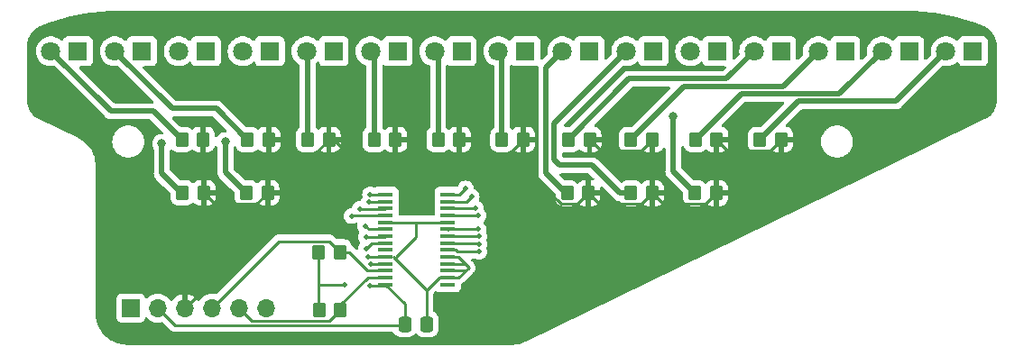
<source format=gbr>
%TF.GenerationSoftware,KiCad,Pcbnew,7.0.8*%
%TF.CreationDate,2023-10-19T17:32:50+02:00*%
%TF.ProjectId,16_Channel_LED_Strip,31365f43-6861-46e6-9e65-6c5f4c45445f,rev?*%
%TF.SameCoordinates,Original*%
%TF.FileFunction,Copper,L1,Top*%
%TF.FilePolarity,Positive*%
%FSLAX46Y46*%
G04 Gerber Fmt 4.6, Leading zero omitted, Abs format (unit mm)*
G04 Created by KiCad (PCBNEW 7.0.8) date 2023-10-19 17:32:50*
%MOMM*%
%LPD*%
G01*
G04 APERTURE LIST*
G04 Aperture macros list*
%AMRoundRect*
0 Rectangle with rounded corners*
0 $1 Rounding radius*
0 $2 $3 $4 $5 $6 $7 $8 $9 X,Y pos of 4 corners*
0 Add a 4 corners polygon primitive as box body*
4,1,4,$2,$3,$4,$5,$6,$7,$8,$9,$2,$3,0*
0 Add four circle primitives for the rounded corners*
1,1,$1+$1,$2,$3*
1,1,$1+$1,$4,$5*
1,1,$1+$1,$6,$7*
1,1,$1+$1,$8,$9*
0 Add four rect primitives between the rounded corners*
20,1,$1+$1,$2,$3,$4,$5,0*
20,1,$1+$1,$4,$5,$6,$7,0*
20,1,$1+$1,$6,$7,$8,$9,0*
20,1,$1+$1,$8,$9,$2,$3,0*%
G04 Aperture macros list end*
%TA.AperFunction,SMDPad,CuDef*%
%ADD10RoundRect,0.250000X-0.350000X-0.450000X0.350000X-0.450000X0.350000X0.450000X-0.350000X0.450000X0*%
%TD*%
%TA.AperFunction,SMDPad,CuDef*%
%ADD11R,1.475000X0.450000*%
%TD*%
%TA.AperFunction,ComponentPad*%
%ADD12R,1.700000X1.700000*%
%TD*%
%TA.AperFunction,ComponentPad*%
%ADD13O,1.700000X1.700000*%
%TD*%
%TA.AperFunction,SMDPad,CuDef*%
%ADD14RoundRect,0.250000X-0.337500X-0.475000X0.337500X-0.475000X0.337500X0.475000X-0.337500X0.475000X0*%
%TD*%
%TA.AperFunction,ComponentPad*%
%ADD15R,1.800000X1.800000*%
%TD*%
%TA.AperFunction,ComponentPad*%
%ADD16C,1.800000*%
%TD*%
%TA.AperFunction,ViaPad*%
%ADD17C,0.500000*%
%TD*%
%TA.AperFunction,ViaPad*%
%ADD18C,0.800000*%
%TD*%
%TA.AperFunction,Conductor*%
%ADD19C,0.250000*%
%TD*%
%TA.AperFunction,Conductor*%
%ADD20C,0.500000*%
%TD*%
G04 APERTURE END LIST*
D10*
%TO.P,R5,1*%
%TO.N,Net-(D5-A)*%
X148931942Y-104218762D03*
%TO.P,R5,2*%
%TO.N,+BATT*%
X150931942Y-104218762D03*
%TD*%
%TO.P,R4,1*%
%TO.N,Net-(D4-A)*%
X154931942Y-104218762D03*
%TO.P,R4,2*%
%TO.N,+BATT*%
X156931942Y-104218762D03*
%TD*%
D11*
%TO.P,IC1,1,N.C.*%
%TO.N,unconnected-(IC1-N.C.-Pad1)*%
X131738000Y-112800000D03*
%TO.P,IC1,2,A0*%
%TO.N,Earth*%
X131738000Y-112150000D03*
%TO.P,IC1,3,A1*%
X131738000Y-111500000D03*
%TO.P,IC1,4,A2*%
X131738000Y-110850000D03*
%TO.P,IC1,5,A3*%
X131738000Y-110200000D03*
%TO.P,IC1,6,~{OUT0}*%
%TO.N,Net-(D0-K)*%
X131738000Y-109550000D03*
%TO.P,IC1,7,~{OUT1}*%
%TO.N,Net-(D1-K)*%
X131738000Y-108900000D03*
%TO.P,IC1,8,~{OUT2}*%
%TO.N,Net-(D2-K)*%
X131738000Y-108250000D03*
%TO.P,IC1,9,~{OUT3}*%
%TO.N,Net-(D3-K)*%
X131738000Y-107600000D03*
%TO.P,IC1,10,GND_1*%
%TO.N,Earth*%
X131738000Y-106950000D03*
%TO.P,IC1,11,~{OUT4}*%
%TO.N,Net-(D4-K)*%
X131738000Y-106300000D03*
%TO.P,IC1,12,~{OUT5}*%
%TO.N,Net-(D5-K)*%
X131738000Y-105650000D03*
%TO.P,IC1,13,~{OUT6}*%
%TO.N,Net-(D6-K)*%
X131738000Y-105000000D03*
%TO.P,IC1,14,~{OUT7}*%
%TO.N,Net-(D7-K)*%
X131738000Y-104350000D03*
%TO.P,IC1,15,~{OUT8}*%
%TO.N,Net-(D8-K)*%
X125862000Y-104350000D03*
%TO.P,IC1,16,~{OUT9}*%
%TO.N,Net-(D9-K)*%
X125862000Y-105000000D03*
%TO.P,IC1,17,~{OUT10}*%
%TO.N,Net-(D10-K)*%
X125862000Y-105650000D03*
%TO.P,IC1,18,~{OUT11}*%
%TO.N,Net-(D11-K)*%
X125862000Y-106300000D03*
%TO.P,IC1,19,GND_2*%
%TO.N,Earth*%
X125862000Y-106950000D03*
%TO.P,IC1,20,~{OUT12}*%
%TO.N,Net-(D12-K)*%
X125862000Y-107600000D03*
%TO.P,IC1,21,~{OUT13}*%
%TO.N,Net-(D13-K)*%
X125862000Y-108250000D03*
%TO.P,IC1,22,~{OUT14}*%
%TO.N,Net-(D14-K)*%
X125862000Y-108900000D03*
%TO.P,IC1,23,~{OUT15}*%
%TO.N,unconnected-(IC1-~{OUT15}-Pad23)*%
X125862000Y-109550000D03*
%TO.P,IC1,24,GND_3*%
%TO.N,Earth*%
X125862000Y-110200000D03*
%TO.P,IC1,25,~{RESET}*%
%TO.N,/RESET*%
X125862000Y-110850000D03*
%TO.P,IC1,26,SCL*%
%TO.N,/SCL*%
X125862000Y-111500000D03*
%TO.P,IC1,27,SDA*%
%TO.N,/SDA*%
X125862000Y-112150000D03*
%TO.P,IC1,28,VCC*%
%TO.N,+3V3*%
X125862000Y-112800000D03*
%TD*%
D10*
%TO.P,R6,1*%
%TO.N,Net-(D6-A)*%
X142931942Y-104218762D03*
%TO.P,R6,2*%
%TO.N,+BATT*%
X144931942Y-104218762D03*
%TD*%
%TO.P,R_I2C_2,2*%
%TO.N,/SCL*%
X121619400Y-109744200D03*
%TO.P,R_I2C_2,1*%
%TO.N,+3V3*%
X119619400Y-109744200D03*
%TD*%
D12*
%TO.P,J1,1,Pin_1*%
%TO.N,Earth*%
X101983376Y-115002502D03*
D13*
%TO.P,J1,2,Pin_2*%
%TO.N,+3V3*%
X104523376Y-115002502D03*
%TO.P,J1,3,Pin_3*%
%TO.N,+BATT*%
X107063376Y-115002502D03*
%TO.P,J1,4,Pin_4*%
%TO.N,/SCL*%
X109603376Y-115002502D03*
%TO.P,J1,5,Pin_5*%
%TO.N,/SDA*%
X112143376Y-115002502D03*
%TO.P,J1,6,Pin_6*%
%TO.N,/RESET*%
X114683376Y-115002502D03*
%TD*%
D10*
%TO.P,R3,1*%
%TO.N,Net-(D3-A)*%
X143045000Y-99175000D03*
%TO.P,R3,2*%
%TO.N,+BATT*%
X145045000Y-99175000D03*
%TD*%
%TO.P,R8,1*%
%TO.N,Net-(D8-A)*%
X130825000Y-99175000D03*
%TO.P,R8,2*%
%TO.N,+BATT*%
X132825000Y-99175000D03*
%TD*%
%TO.P,R12,1*%
%TO.N,Net-(D12-A)*%
X106825000Y-104175000D03*
%TO.P,R12,2*%
%TO.N,+BATT*%
X108825000Y-104175000D03*
%TD*%
%TO.P,R11,1*%
%TO.N,Net-(D11-A)*%
X112825000Y-104175000D03*
%TO.P,R11,2*%
%TO.N,+BATT*%
X114825000Y-104175000D03*
%TD*%
%TO.P,R7,1*%
%TO.N,Net-(D7-A)*%
X136825000Y-99175000D03*
%TO.P,R7,2*%
%TO.N,+BATT*%
X138825000Y-99175000D03*
%TD*%
%TO.P,R13,1*%
%TO.N,Net-(D13-A)*%
X112925000Y-99175000D03*
%TO.P,R13,2*%
%TO.N,+BATT*%
X114925000Y-99175000D03*
%TD*%
%TO.P,R_I2C_1,2*%
%TO.N,/SDA*%
X121670200Y-115161400D03*
%TO.P,R_I2C_1,1*%
%TO.N,+3V3*%
X119670200Y-115161400D03*
%TD*%
%TO.P,R1,1*%
%TO.N,Net-(D1-A)*%
X154971000Y-99175000D03*
%TO.P,R1,2*%
%TO.N,+BATT*%
X156971000Y-99175000D03*
%TD*%
%TO.P,R10,1*%
%TO.N,Net-(D10-A)*%
X118575000Y-99175000D03*
%TO.P,R10,2*%
%TO.N,+BATT*%
X120575000Y-99175000D03*
%TD*%
%TO.P,R14,1*%
%TO.N,Net-(D14-A)*%
X106775000Y-99175000D03*
%TO.P,R14,2*%
%TO.N,+BATT*%
X108775000Y-99175000D03*
%TD*%
%TO.P,R9,1*%
%TO.N,Net-(D9-A)*%
X124825000Y-99175000D03*
%TO.P,R9,2*%
%TO.N,+BATT*%
X126825000Y-99175000D03*
%TD*%
%TO.P,R0,1*%
%TO.N,Net-(D0-A)*%
X161021000Y-99175000D03*
%TO.P,R0,2*%
%TO.N,+BATT*%
X163021000Y-99175000D03*
%TD*%
D14*
%TO.P,C1,1*%
%TO.N,+3V3*%
X127687500Y-116525000D03*
%TO.P,C1,2*%
%TO.N,Earth*%
X129762500Y-116525000D03*
%TD*%
D10*
%TO.P,R2,1*%
%TO.N,Net-(D2-A)*%
X148921000Y-99175000D03*
%TO.P,R2,2*%
%TO.N,+BATT*%
X150921000Y-99175000D03*
%TD*%
D15*
%TO.P,D1,1,K*%
%TO.N,Net-(D1-K)*%
X175025000Y-90875000D03*
D16*
%TO.P,D1,2,A*%
%TO.N,Net-(D1-A)*%
X172485000Y-90875000D03*
%TD*%
D15*
%TO.P,D2,1,K*%
%TO.N,Net-(D2-K)*%
X169025000Y-90875000D03*
D16*
%TO.P,D2,2,A*%
%TO.N,Net-(D2-A)*%
X166485000Y-90875000D03*
%TD*%
D15*
%TO.P,D7,1,K*%
%TO.N,Net-(D7-K)*%
X139025000Y-90875000D03*
D16*
%TO.P,D7,2,A*%
%TO.N,Net-(D7-A)*%
X136485000Y-90875000D03*
%TD*%
D15*
%TO.P,D3,1,K*%
%TO.N,Net-(D3-K)*%
X163025000Y-90875000D03*
D16*
%TO.P,D3,2,A*%
%TO.N,Net-(D3-A)*%
X160485000Y-90875000D03*
%TD*%
D15*
%TO.P,D8,1,K*%
%TO.N,Net-(D8-K)*%
X133025000Y-90875000D03*
D16*
%TO.P,D8,2,A*%
%TO.N,Net-(D8-A)*%
X130485000Y-90875000D03*
%TD*%
D15*
%TO.P,D5,1,K*%
%TO.N,Net-(D5-K)*%
X151025000Y-90875000D03*
D16*
%TO.P,D5,2,A*%
%TO.N,Net-(D5-A)*%
X148485000Y-90875000D03*
%TD*%
D15*
%TO.P,D0,1,K*%
%TO.N,Net-(D0-K)*%
X181025000Y-90875000D03*
D16*
%TO.P,D0,2,A*%
%TO.N,Net-(D0-A)*%
X178485000Y-90875000D03*
%TD*%
D15*
%TO.P,D12,1,K*%
%TO.N,Net-(D12-K)*%
X109025000Y-90875000D03*
D16*
%TO.P,D12,2,A*%
%TO.N,Net-(D12-A)*%
X106485000Y-90875000D03*
%TD*%
D15*
%TO.P,D6,1,K*%
%TO.N,Net-(D6-K)*%
X145025000Y-90875000D03*
D16*
%TO.P,D6,2,A*%
%TO.N,Net-(D6-A)*%
X142485000Y-90875000D03*
%TD*%
D15*
%TO.P,D11,1,K*%
%TO.N,Net-(D11-K)*%
X115025000Y-90875000D03*
D16*
%TO.P,D11,2,A*%
%TO.N,Net-(D11-A)*%
X112485000Y-90875000D03*
%TD*%
D15*
%TO.P,D13,1,K*%
%TO.N,Net-(D13-K)*%
X103025000Y-90875000D03*
D16*
%TO.P,D13,2,A*%
%TO.N,Net-(D13-A)*%
X100485000Y-90875000D03*
%TD*%
D15*
%TO.P,D4,1,K*%
%TO.N,Net-(D4-K)*%
X157025000Y-90875000D03*
D16*
%TO.P,D4,2,A*%
%TO.N,Net-(D4-A)*%
X154485000Y-90875000D03*
%TD*%
D15*
%TO.P,D9,1,K*%
%TO.N,Net-(D9-K)*%
X127025000Y-90875000D03*
D16*
%TO.P,D9,2,A*%
%TO.N,Net-(D9-A)*%
X124485000Y-90875000D03*
%TD*%
D15*
%TO.P,D14,1,K*%
%TO.N,Net-(D14-K)*%
X97025000Y-90875000D03*
D16*
%TO.P,D14,2,A*%
%TO.N,Net-(D14-A)*%
X94485000Y-90875000D03*
%TD*%
D15*
%TO.P,D10,1,K*%
%TO.N,Net-(D10-K)*%
X121025000Y-90875000D03*
D16*
%TO.P,D10,2,A*%
%TO.N,Net-(D10-A)*%
X118485000Y-90875000D03*
%TD*%
D17*
%TO.N,+3V3*%
X122072400Y-112826800D03*
X124409200Y-112877600D03*
%TO.N,/RESET*%
X124510800Y-110896400D03*
%TO.N,Earth*%
X124256800Y-110236000D03*
%TO.N,Net-(D14-K)*%
X124053600Y-109423200D03*
%TO.N,Net-(D12-K)*%
X124002800Y-107289600D03*
%TO.N,Net-(D13-K)*%
X124053600Y-108305600D03*
%TO.N,Net-(D11-K)*%
X122707400Y-106349800D03*
%TO.N,Net-(D10-K)*%
X123494800Y-105714800D03*
%TO.N,Net-(D9-K)*%
X124307600Y-105054400D03*
%TO.N,Net-(D8-K)*%
X124460000Y-104343200D03*
%TO.N,Net-(D0-K)*%
X134670800Y-109716303D03*
%TO.N,Net-(D1-K)*%
X134670800Y-109016800D03*
%TO.N,Net-(D2-K)*%
X134678090Y-108291486D03*
%TO.N,Net-(D3-K)*%
X134620000Y-107594400D03*
%TO.N,Net-(D4-K)*%
X134620000Y-106324400D03*
%TO.N,Net-(D5-K)*%
X134315200Y-105613200D03*
%TO.N,Net-(D6-K)*%
X133959600Y-104546400D03*
%TO.N,Net-(D7-K)*%
X133400800Y-103784400D03*
D18*
%TO.N,Net-(D4-A)*%
X152908000Y-97028000D03*
%TO.N,Net-(D11-A)*%
X110861250Y-99390157D03*
%TO.N,Net-(D12-A)*%
X104902000Y-99568000D03*
%TD*%
D19*
%TO.N,+3V3*%
X119670200Y-112826800D02*
X119619400Y-112776000D01*
X122072400Y-112826800D02*
X119670200Y-112826800D01*
X125784400Y-112877600D02*
X125862000Y-112800000D01*
X124409200Y-112877600D02*
X125784400Y-112877600D01*
%TO.N,/SDA*%
X124261386Y-112150000D02*
X125862000Y-112150000D01*
X124254794Y-112143408D02*
X124261386Y-112150000D01*
%TO.N,/SCL*%
X124208340Y-111500000D02*
X125862000Y-111500000D01*
X122452540Y-109744200D02*
X124208340Y-111500000D01*
X121619400Y-109744200D02*
X122452540Y-109744200D01*
%TO.N,Earth*%
X124292800Y-110200000D02*
X124256800Y-110236000D01*
X125862000Y-110200000D02*
X124292800Y-110200000D01*
%TO.N,/RESET*%
X124510800Y-110896400D02*
X125815600Y-110896400D01*
X125815600Y-110896400D02*
X125862000Y-110850000D01*
%TO.N,Net-(D12-K)*%
X124313200Y-107600000D02*
X125862000Y-107600000D01*
X124002800Y-107289600D02*
X124313200Y-107600000D01*
%TO.N,Net-(D14-K)*%
X124576800Y-108900000D02*
X125862000Y-108900000D01*
X124053600Y-109423200D02*
X124576800Y-108900000D01*
%TO.N,Net-(D13-K)*%
X125806400Y-108305600D02*
X125862000Y-108250000D01*
X124053600Y-108305600D02*
X125806400Y-108305600D01*
%TO.N,Net-(D11-K)*%
X122707400Y-106349800D02*
X122757200Y-106300000D01*
X122757200Y-106300000D02*
X125862000Y-106300000D01*
%TO.N,Net-(D10-K)*%
X125797200Y-105714800D02*
X125862000Y-105650000D01*
X123494800Y-105714800D02*
X125797200Y-105714800D01*
%TO.N,Net-(D9-K)*%
X125807600Y-105054400D02*
X125862000Y-105000000D01*
X124307600Y-105054400D02*
X125807600Y-105054400D01*
%TO.N,Net-(D8-K)*%
X125855200Y-104343200D02*
X125862000Y-104350000D01*
X124460000Y-104343200D02*
X125855200Y-104343200D01*
%TO.N,Net-(D0-K)*%
X132676423Y-109716303D02*
X134670800Y-109716303D01*
X132510120Y-109550000D02*
X132676423Y-109716303D01*
X131738000Y-109550000D02*
X132510120Y-109550000D01*
%TO.N,Net-(D1-K)*%
X134554000Y-108900000D02*
X134670800Y-109016800D01*
X131738000Y-108900000D02*
X134554000Y-108900000D01*
%TO.N,Net-(D2-K)*%
X134636604Y-108250000D02*
X134678090Y-108291486D01*
X131738000Y-108250000D02*
X134636604Y-108250000D01*
%TO.N,Net-(D3-K)*%
X134614400Y-107600000D02*
X134620000Y-107594400D01*
X131738000Y-107600000D02*
X134614400Y-107600000D01*
%TO.N,Net-(D4-K)*%
X134595600Y-106300000D02*
X134620000Y-106324400D01*
X131738000Y-106300000D02*
X134595600Y-106300000D01*
%TO.N,Net-(D5-K)*%
X134278400Y-105650000D02*
X134315200Y-105613200D01*
X131738000Y-105650000D02*
X134278400Y-105650000D01*
%TO.N,Net-(D6-K)*%
X133506000Y-105000000D02*
X133959600Y-104546400D01*
X131738000Y-105000000D02*
X133506000Y-105000000D01*
%TO.N,Net-(D7-K)*%
X132835200Y-104350000D02*
X133400800Y-103784400D01*
X131738000Y-104350000D02*
X132835200Y-104350000D01*
X131783709Y-104304291D02*
X131738000Y-104350000D01*
%TO.N,Net-(D0-K)*%
X131747857Y-109540143D02*
X131738000Y-109550000D01*
%TO.N,Net-(D1-K)*%
X131742368Y-108904368D02*
X131738000Y-108900000D01*
%TO.N,Net-(D2-K)*%
X131749430Y-108261430D02*
X131738000Y-108250000D01*
%TO.N,Net-(D3-K)*%
X131763655Y-107625655D02*
X131738000Y-107600000D01*
%TO.N,Earth*%
X131748303Y-106960303D02*
X131738000Y-106950000D01*
%TO.N,Net-(D4-K)*%
X131762528Y-106324528D02*
X131738000Y-106300000D01*
%TO.N,Net-(D5-K)*%
X131748625Y-105639375D02*
X131738000Y-105650000D01*
%TO.N,Net-(D6-K)*%
X131741600Y-105003600D02*
X131738000Y-105000000D01*
%TO.N,+3V3*%
X118895630Y-116636400D02*
X127576100Y-116636400D01*
X118888830Y-116629600D02*
X118895630Y-116636400D01*
X106150474Y-116629600D02*
X118888830Y-116629600D01*
X127576100Y-116636400D02*
X127687500Y-116525000D01*
X104523376Y-115002502D02*
X106150474Y-116629600D01*
%TO.N,/SDA*%
X119075226Y-116179600D02*
X113320474Y-116179600D01*
X113320474Y-116179600D02*
X112143376Y-115002502D01*
X119082026Y-116186400D02*
X119075226Y-116179600D01*
X121670200Y-115161400D02*
X120645200Y-116186400D01*
X120645200Y-116186400D02*
X119082026Y-116186400D01*
%TO.N,+3V3*%
X119619400Y-112776000D02*
X119619400Y-115110600D01*
X119619400Y-109744200D02*
X119619400Y-112776000D01*
%TO.N,+BATT*%
X161996000Y-100200000D02*
X163021000Y-99175000D01*
X157996000Y-100200000D02*
X161996000Y-100200000D01*
X156971000Y-99175000D02*
X157996000Y-100200000D01*
X156931942Y-99214058D02*
X156971000Y-99175000D01*
X156931942Y-104218762D02*
X156931942Y-99214058D01*
X146070000Y-100200000D02*
X145045000Y-99175000D01*
X149896000Y-100200000D02*
X146070000Y-100200000D01*
X150921000Y-99175000D02*
X149896000Y-100200000D01*
X150931942Y-99185942D02*
X150921000Y-99175000D01*
X150931942Y-104218762D02*
X150931942Y-99185942D01*
X155906942Y-105243762D02*
X156931942Y-104218762D01*
X150931942Y-104218762D02*
X151956942Y-105243762D01*
X151956942Y-105243762D02*
X155906942Y-105243762D01*
X149906942Y-105243762D02*
X150931942Y-104218762D01*
X145956942Y-105243762D02*
X149906942Y-105243762D01*
X144931942Y-104218762D02*
X145956942Y-105243762D01*
X143906942Y-105243762D02*
X144931942Y-104218762D01*
X138825000Y-101724994D02*
X142343768Y-105243762D01*
X142343768Y-105243762D02*
X143906942Y-105243762D01*
X138825000Y-99175000D02*
X138825000Y-101724994D01*
X132825000Y-99175000D02*
X132825000Y-100973400D01*
X132825000Y-100973400D02*
X132842000Y-100990400D01*
X132842000Y-100990400D02*
X137009600Y-100990400D01*
X126898400Y-100990400D02*
X132842000Y-100990400D01*
X126825000Y-100917000D02*
X126898400Y-100990400D01*
X126825000Y-99175000D02*
X126825000Y-100917000D01*
X122834400Y-100990400D02*
X126898400Y-100990400D01*
X121019000Y-99175000D02*
X122834400Y-100990400D01*
X137009600Y-100990400D02*
X138825000Y-99175000D01*
X120575000Y-99175000D02*
X121019000Y-99175000D01*
X120575000Y-99175000D02*
X118150000Y-101600000D01*
X118150000Y-101600000D02*
X114825000Y-101600000D01*
X114825000Y-101600000D02*
X114825000Y-99275000D01*
X114825000Y-104175000D02*
X114825000Y-101600000D01*
X108775000Y-104125000D02*
X108825000Y-104175000D01*
X108775000Y-99175000D02*
X108775000Y-104125000D01*
X114825000Y-99275000D02*
X114925000Y-99175000D01*
X109850000Y-105200000D02*
X108825000Y-104175000D01*
X114825000Y-104175000D02*
X113800000Y-105200000D01*
X113800000Y-105200000D02*
X109850000Y-105200000D01*
X108825000Y-113240878D02*
X107063376Y-115002502D01*
X108825000Y-104175000D02*
X108825000Y-113240878D01*
%TO.N,Earth*%
X128727200Y-106950000D02*
X128727200Y-108356400D01*
X128727200Y-106950000D02*
X131738000Y-106950000D01*
X125862000Y-106950000D02*
X128727200Y-106950000D01*
X128727200Y-108356400D02*
X126883600Y-110200000D01*
%TO.N,/SCL*%
X121619400Y-109744200D02*
X120594400Y-108719200D01*
X120594400Y-108719200D02*
X115886678Y-108719200D01*
X115886678Y-108719200D02*
X109603376Y-115002502D01*
%TO.N,+3V3*%
X119619400Y-115110600D02*
X119670200Y-115161400D01*
%TO.N,/SDA*%
X121670200Y-114728002D02*
X121670200Y-115161400D01*
X124254794Y-112143408D02*
X121670200Y-114728002D01*
%TO.N,+3V3*%
X127687500Y-114625500D02*
X127687500Y-116525000D01*
X125862000Y-112800000D02*
X127687500Y-114625500D01*
%TO.N,Earth*%
X129762500Y-113328380D02*
X129762500Y-113353380D01*
X126634120Y-110200000D02*
X129762500Y-113328380D01*
X129762500Y-113353380D02*
X129762500Y-116525000D01*
X130965880Y-112150000D02*
X129762500Y-113353380D01*
X131738000Y-112150000D02*
X130965880Y-112150000D01*
X132756800Y-112150000D02*
X133705600Y-111201200D01*
X131738000Y-112150000D02*
X132756800Y-112150000D01*
X133406800Y-111500000D02*
X133705600Y-111201200D01*
X131738000Y-111500000D02*
X133406800Y-111500000D01*
X131738000Y-110850000D02*
X133354400Y-110850000D01*
X133354400Y-110850000D02*
X133705600Y-111201200D01*
X132704400Y-110200000D02*
X133705600Y-111201200D01*
X131738000Y-110200000D02*
X132704400Y-110200000D01*
D20*
%TO.N,Net-(D4-A)*%
X152908000Y-102194820D02*
X152908000Y-97028000D01*
X154931942Y-104218762D02*
X152908000Y-102194820D01*
%TO.N,Net-(D5-A)*%
X141732000Y-101092000D02*
X141732000Y-97628000D01*
X142240000Y-101600000D02*
X141732000Y-101092000D01*
X147906762Y-104218762D02*
X145288000Y-101600000D01*
X145288000Y-101600000D02*
X142240000Y-101600000D01*
X141732000Y-97628000D02*
X148485000Y-90875000D01*
X148931942Y-104218762D02*
X147906762Y-104218762D01*
%TO.N,Net-(D0-A)*%
X173788000Y-95572000D02*
X178485000Y-90875000D01*
X164624000Y-95572000D02*
X173788000Y-95572000D01*
X161021000Y-99175000D02*
X164624000Y-95572000D01*
%TO.N,Net-(D1-A)*%
X168488000Y-94872000D02*
X172485000Y-90875000D01*
X159274000Y-94872000D02*
X168488000Y-94872000D01*
X154971000Y-99175000D02*
X159274000Y-94872000D01*
%TO.N,Net-(D2-A)*%
X163188000Y-94172000D02*
X166485000Y-90875000D01*
X153924000Y-94172000D02*
X163188000Y-94172000D01*
X148921000Y-99175000D02*
X153924000Y-94172000D01*
%TO.N,Net-(D3-A)*%
X157888000Y-93472000D02*
X160485000Y-90875000D01*
X148748000Y-93472000D02*
X157888000Y-93472000D01*
X143045000Y-99175000D02*
X148748000Y-93472000D01*
%TO.N,Net-(D6-A)*%
X142825000Y-104175000D02*
X140970000Y-102320000D01*
X140970000Y-102320000D02*
X140970000Y-92390000D01*
X140970000Y-92390000D02*
X142485000Y-90875000D01*
%TO.N,Net-(D7-A)*%
X136825000Y-91215000D02*
X136485000Y-90875000D01*
X136825000Y-99175000D02*
X136825000Y-91215000D01*
%TO.N,Net-(D8-A)*%
X130825000Y-91215000D02*
X130485000Y-90875000D01*
X130825000Y-99175000D02*
X130825000Y-91215000D01*
%TO.N,Net-(D9-A)*%
X124825000Y-91215000D02*
X124485000Y-90875000D01*
X124825000Y-99175000D02*
X124825000Y-91215000D01*
%TO.N,Net-(D10-A)*%
X118575000Y-90965000D02*
X118485000Y-90875000D01*
X118575000Y-99175000D02*
X118575000Y-90965000D01*
%TO.N,Net-(D11-A)*%
X110861250Y-99390157D02*
X110885644Y-99438944D01*
X110885644Y-102249644D02*
X110861250Y-99390157D01*
X111506000Y-102870000D02*
X110885644Y-102249644D01*
X112825000Y-104175000D02*
X112811000Y-104175000D01*
X112811000Y-104175000D02*
X111506000Y-102870000D01*
%TO.N,Net-(D12-A)*%
X104902000Y-102362000D02*
X104902000Y-99568000D01*
X105664000Y-103124000D02*
X104902000Y-102362000D01*
X106715000Y-104175000D02*
X105664000Y-103124000D01*
X106825000Y-104175000D02*
X106715000Y-104175000D01*
%TO.N,Net-(D13-A)*%
X110016000Y-96266000D02*
X112925000Y-99175000D01*
X100485000Y-90875000D02*
X105876000Y-96266000D01*
X105876000Y-96266000D02*
X110016000Y-96266000D01*
%TO.N,Net-(D14-A)*%
X100130000Y-96520000D02*
X104120000Y-96520000D01*
X104120000Y-96520000D02*
X106775000Y-99175000D01*
X94485000Y-90875000D02*
X100130000Y-96520000D01*
%TD*%
%TA.AperFunction,Conductor*%
%TO.N,+BATT*%
G36*
X175039745Y-87095460D02*
G01*
X175710104Y-87111741D01*
X176070409Y-87135115D01*
X176576643Y-87172076D01*
X176965399Y-87214215D01*
X177440311Y-87272187D01*
X177837306Y-87332658D01*
X178299991Y-87412108D01*
X178696742Y-87490202D01*
X179155059Y-87592039D01*
X179545291Y-87686518D01*
X180006824Y-87812876D01*
X180382280Y-87921137D01*
X180382520Y-87921206D01*
X180865031Y-88078869D01*
X181207283Y-88193777D01*
X181831037Y-88431703D01*
X182005338Y-88498729D01*
X182005354Y-88498735D01*
X182010312Y-88500894D01*
X182032034Y-88511502D01*
X182061032Y-88525665D01*
X182251803Y-88620836D01*
X182258398Y-88624649D01*
X182349480Y-88685065D01*
X182351498Y-88686476D01*
X182483182Y-88778572D01*
X182488380Y-88782637D01*
X182579073Y-88861705D01*
X182606816Y-88887971D01*
X182690428Y-88967134D01*
X182694311Y-88971158D01*
X182775468Y-89063242D01*
X182777746Y-89065981D01*
X182869591Y-89183117D01*
X182872283Y-89186824D01*
X182941233Y-89289564D01*
X182943644Y-89293460D01*
X183017253Y-89422865D01*
X183018925Y-89426011D01*
X183073376Y-89535990D01*
X183075628Y-89541106D01*
X183131004Y-89684125D01*
X183169801Y-89797994D01*
X183171598Y-89804364D01*
X183207473Y-89963559D01*
X183228850Y-90070651D01*
X183229882Y-90078218D01*
X183246065Y-90296844D01*
X183249366Y-90347042D01*
X183249500Y-90351111D01*
X183249500Y-95461258D01*
X183249380Y-95465113D01*
X183245472Y-95527841D01*
X183232057Y-95719459D01*
X183231132Y-95726632D01*
X183210744Y-95834670D01*
X183179968Y-95979179D01*
X183178356Y-95985231D01*
X183142133Y-96097989D01*
X183094027Y-96229906D01*
X183092000Y-96234803D01*
X183041398Y-96343651D01*
X183039894Y-96346669D01*
X182975578Y-96467382D01*
X182973406Y-96471135D01*
X182909306Y-96573498D01*
X182906877Y-96577090D01*
X182826367Y-96687652D01*
X182824308Y-96690323D01*
X182748481Y-96783369D01*
X182744961Y-96787330D01*
X182647292Y-96888206D01*
X182561655Y-96970037D01*
X182556914Y-96974130D01*
X182440348Y-97064913D01*
X182352042Y-97130436D01*
X182345997Y-97134398D01*
X182181197Y-97229156D01*
X182124459Y-97261196D01*
X182121051Y-97262983D01*
X176597073Y-99944119D01*
X139060978Y-118162758D01*
X139058431Y-118163924D01*
X139019110Y-118180859D01*
X138782307Y-118279692D01*
X138777711Y-118281400D01*
X138668033Y-118317299D01*
X138484370Y-118370592D01*
X138480981Y-118371472D01*
X138361524Y-118398931D01*
X138358090Y-118399619D01*
X138169583Y-118431870D01*
X138055246Y-118447465D01*
X138050366Y-118447935D01*
X137794326Y-118462413D01*
X137765472Y-118463718D01*
X137751342Y-118464357D01*
X137748554Y-118464420D01*
X101678447Y-118464420D01*
X101675204Y-118464335D01*
X101656602Y-118463360D01*
X101548093Y-118457674D01*
X101359380Y-118447052D01*
X101353161Y-118446387D01*
X101205132Y-118422942D01*
X101038195Y-118394579D01*
X101032531Y-118393341D01*
X100882420Y-118353121D01*
X100724604Y-118307657D01*
X100719547Y-118305961D01*
X100572237Y-118249414D01*
X100422293Y-118187307D01*
X100417870Y-118185268D01*
X100276082Y-118113025D01*
X100248987Y-118098050D01*
X100134806Y-118034946D01*
X100131045Y-118032690D01*
X99996853Y-117945546D01*
X99865501Y-117852347D01*
X99862360Y-117849965D01*
X99738764Y-117749881D01*
X99736484Y-117747942D01*
X99617534Y-117641644D01*
X99615011Y-117639259D01*
X99502477Y-117526726D01*
X99500088Y-117524199D01*
X99406161Y-117419096D01*
X99393785Y-117405247D01*
X99391854Y-117402979D01*
X99291743Y-117279354D01*
X99289395Y-117276257D01*
X99196168Y-117144868D01*
X99170772Y-117105763D01*
X99109040Y-117010705D01*
X99106791Y-117006959D01*
X99028696Y-116865658D01*
X99010015Y-116828996D01*
X98956435Y-116723841D01*
X98954407Y-116719441D01*
X98892297Y-116569495D01*
X98881622Y-116541686D01*
X98835746Y-116422179D01*
X98834065Y-116417167D01*
X98788579Y-116259285D01*
X98748363Y-116109200D01*
X98747132Y-116103567D01*
X98718770Y-115936650D01*
X98713024Y-115900372D01*
X100632876Y-115900372D01*
X100632877Y-115900378D01*
X100639284Y-115959985D01*
X100689578Y-116094830D01*
X100689582Y-116094837D01*
X100775828Y-116210046D01*
X100775831Y-116210049D01*
X100891040Y-116296295D01*
X100891047Y-116296299D01*
X101025893Y-116346593D01*
X101025892Y-116346593D01*
X101032820Y-116347337D01*
X101085503Y-116353002D01*
X102881248Y-116353001D01*
X102940859Y-116346593D01*
X103075707Y-116296298D01*
X103190922Y-116210048D01*
X103277172Y-116094833D01*
X103326186Y-115963418D01*
X103368057Y-115907486D01*
X103433521Y-115883068D01*
X103501794Y-115897919D01*
X103530049Y-115919071D01*
X103651975Y-116040997D01*
X103741334Y-116103567D01*
X103845541Y-116176534D01*
X103845543Y-116176535D01*
X103845546Y-116176537D01*
X104059713Y-116276405D01*
X104287968Y-116337565D01*
X104464410Y-116353002D01*
X104523375Y-116358161D01*
X104523376Y-116358161D01*
X104523377Y-116358161D01*
X104582342Y-116353002D01*
X104758784Y-116337565D01*
X104859249Y-116310645D01*
X104929098Y-116312308D01*
X104979023Y-116342739D01*
X105649671Y-117013388D01*
X105659496Y-117025651D01*
X105659717Y-117025469D01*
X105664688Y-117031478D01*
X105684422Y-117050009D01*
X105715109Y-117078826D01*
X105736003Y-117099720D01*
X105741485Y-117103973D01*
X105745917Y-117107757D01*
X105779892Y-117139662D01*
X105797450Y-117149314D01*
X105813707Y-117159993D01*
X105829538Y-117172273D01*
X105849211Y-117180786D01*
X105872307Y-117190782D01*
X105877551Y-117193350D01*
X105918382Y-117215797D01*
X105930997Y-117219035D01*
X105937779Y-117220777D01*
X105956193Y-117227081D01*
X105974578Y-117235038D01*
X106020631Y-117242332D01*
X106026300Y-117243506D01*
X106071455Y-117255100D01*
X106091490Y-117255100D01*
X106110887Y-117256626D01*
X106130670Y-117259760D01*
X106177058Y-117255375D01*
X106182896Y-117255100D01*
X118774463Y-117255100D01*
X118805294Y-117258994D01*
X118816611Y-117261900D01*
X118836646Y-117261900D01*
X118856043Y-117263426D01*
X118875826Y-117266560D01*
X118922214Y-117262175D01*
X118928052Y-117261900D01*
X126560554Y-117261900D01*
X126627593Y-117281585D01*
X126666092Y-117320803D01*
X126706295Y-117385984D01*
X126754590Y-117464283D01*
X126757288Y-117468656D01*
X126881344Y-117592712D01*
X127030666Y-117684814D01*
X127197203Y-117739999D01*
X127299991Y-117750500D01*
X128075008Y-117750499D01*
X128075016Y-117750498D01*
X128075019Y-117750498D01*
X128131302Y-117744748D01*
X128177797Y-117739999D01*
X128344334Y-117684814D01*
X128493656Y-117592712D01*
X128617712Y-117468656D01*
X128619461Y-117465819D01*
X128621169Y-117464283D01*
X128622193Y-117462989D01*
X128622414Y-117463163D01*
X128671406Y-117419096D01*
X128740368Y-117407872D01*
X128804451Y-117435713D01*
X128830537Y-117465817D01*
X128832288Y-117468656D01*
X128956344Y-117592712D01*
X129105666Y-117684814D01*
X129272203Y-117739999D01*
X129374991Y-117750500D01*
X130150008Y-117750499D01*
X130150016Y-117750498D01*
X130150019Y-117750498D01*
X130206302Y-117744748D01*
X130252797Y-117739999D01*
X130419334Y-117684814D01*
X130568656Y-117592712D01*
X130692712Y-117468656D01*
X130784814Y-117319334D01*
X130839999Y-117152797D01*
X130850500Y-117050009D01*
X130850499Y-115999992D01*
X130849602Y-115991215D01*
X130839999Y-115897203D01*
X130839998Y-115897200D01*
X130823660Y-115847895D01*
X130784814Y-115730666D01*
X130692712Y-115581344D01*
X130568656Y-115457288D01*
X130446902Y-115382190D01*
X130400179Y-115330243D01*
X130388000Y-115276652D01*
X130388000Y-113663831D01*
X130407685Y-113596792D01*
X130424310Y-113576159D01*
X130552666Y-113447803D01*
X130613984Y-113414321D01*
X130683676Y-113419305D01*
X130714653Y-113436219D01*
X130757209Y-113468077D01*
X130758168Y-113468795D01*
X130758171Y-113468797D01*
X130893017Y-113519091D01*
X130893016Y-113519091D01*
X130899944Y-113519835D01*
X130952627Y-113525500D01*
X132523372Y-113525499D01*
X132582983Y-113519091D01*
X132717831Y-113468796D01*
X132833046Y-113382546D01*
X132919296Y-113267331D01*
X132969591Y-113132483D01*
X132976000Y-113072873D01*
X132975999Y-112820224D01*
X132995683Y-112753186D01*
X133048487Y-112707431D01*
X133054344Y-112704935D01*
X133060532Y-112702486D01*
X133098249Y-112675082D01*
X133103105Y-112671892D01*
X133143220Y-112648170D01*
X133157389Y-112633999D01*
X133172179Y-112621368D01*
X133188387Y-112609594D01*
X133218099Y-112573676D01*
X133222012Y-112569376D01*
X133807386Y-111984002D01*
X133822183Y-111971366D01*
X133838384Y-111959596D01*
X133838383Y-111959596D01*
X133838387Y-111959594D01*
X133868096Y-111923680D01*
X133872009Y-111919380D01*
X134097799Y-111693590D01*
X134115782Y-111678714D01*
X134122538Y-111674124D01*
X134160528Y-111631031D01*
X134163152Y-111628237D01*
X134175720Y-111615671D01*
X134186590Y-111601654D01*
X134189075Y-111598652D01*
X134205289Y-111580260D01*
X134227051Y-111555578D01*
X134230760Y-111548297D01*
X134243270Y-111528584D01*
X134248273Y-111522136D01*
X134271076Y-111469438D01*
X134272725Y-111465934D01*
X134298798Y-111414765D01*
X134300579Y-111406793D01*
X134307792Y-111384595D01*
X134311038Y-111377096D01*
X134320023Y-111320354D01*
X134320744Y-111316577D01*
X134333273Y-111260533D01*
X134333016Y-111252364D01*
X134334483Y-111229067D01*
X134334846Y-111226768D01*
X134335760Y-111221004D01*
X134330356Y-111163852D01*
X134330113Y-111159980D01*
X134328310Y-111102573D01*
X134326027Y-111094716D01*
X134321655Y-111071797D01*
X134320887Y-111063667D01*
X134301438Y-111009644D01*
X134300235Y-111005940D01*
X134284219Y-110950813D01*
X134284219Y-110950812D01*
X134284218Y-110950810D01*
X134280058Y-110943776D01*
X134270121Y-110922658D01*
X134267354Y-110914972D01*
X134235078Y-110867479D01*
X134232993Y-110864194D01*
X134203771Y-110814782D01*
X134203770Y-110814780D01*
X134197997Y-110809007D01*
X134183121Y-110791026D01*
X134178524Y-110784262D01*
X134178520Y-110784258D01*
X134178519Y-110784257D01*
X134135444Y-110746282D01*
X134132620Y-110743630D01*
X133990867Y-110601877D01*
X133942474Y-110553484D01*
X133908989Y-110492161D01*
X133913973Y-110422469D01*
X133955845Y-110366536D01*
X134021309Y-110342119D01*
X134030155Y-110341803D01*
X134219924Y-110341803D01*
X134285895Y-110360808D01*
X134343110Y-110396759D01*
X134464421Y-110439207D01*
X134502743Y-110452617D01*
X134670797Y-110471552D01*
X134670800Y-110471552D01*
X134670803Y-110471552D01*
X134838856Y-110452617D01*
X134851699Y-110448123D01*
X134998490Y-110396759D01*
X134998492Y-110396757D01*
X134998494Y-110396757D01*
X134998497Y-110396755D01*
X135141684Y-110306784D01*
X135141685Y-110306783D01*
X135141690Y-110306780D01*
X135261277Y-110187193D01*
X135351252Y-110044000D01*
X135351254Y-110043997D01*
X135351254Y-110043995D01*
X135351256Y-110043993D01*
X135407113Y-109884362D01*
X135407113Y-109884361D01*
X135407114Y-109884359D01*
X135426049Y-109716305D01*
X135426049Y-109716300D01*
X135407113Y-109548243D01*
X135407113Y-109548241D01*
X135357867Y-109407506D01*
X135354305Y-109337727D01*
X135357867Y-109325596D01*
X135407113Y-109184860D01*
X135407113Y-109184859D01*
X135426049Y-109016802D01*
X135426049Y-109016797D01*
X135407113Y-108848740D01*
X135407113Y-108848738D01*
X135356996Y-108705513D01*
X135353434Y-108635734D01*
X135356996Y-108623602D01*
X135358543Y-108619180D01*
X135358546Y-108619176D01*
X135414403Y-108459545D01*
X135430428Y-108317323D01*
X135433339Y-108291488D01*
X135433339Y-108291483D01*
X135416336Y-108140579D01*
X135414403Y-108123427D01*
X135358546Y-107963796D01*
X135343630Y-107940058D01*
X135324630Y-107872823D01*
X135331583Y-107833132D01*
X135334526Y-107824722D01*
X135356313Y-107762459D01*
X135356313Y-107762457D01*
X135356314Y-107762455D01*
X135375249Y-107594402D01*
X135375249Y-107594397D01*
X135356314Y-107426343D01*
X135308466Y-107289602D01*
X135300456Y-107266710D01*
X135300455Y-107266709D01*
X135300454Y-107266705D01*
X135300452Y-107266702D01*
X135210481Y-107123515D01*
X135210476Y-107123509D01*
X135134048Y-107047081D01*
X135100563Y-106985758D01*
X135105547Y-106916066D01*
X135134048Y-106871719D01*
X135210477Y-106795290D01*
X135300452Y-106652097D01*
X135300454Y-106652094D01*
X135300454Y-106652092D01*
X135300456Y-106652090D01*
X135356313Y-106492459D01*
X135356313Y-106492458D01*
X135356314Y-106492456D01*
X135375249Y-106324402D01*
X135375249Y-106324397D01*
X135356314Y-106156343D01*
X135311099Y-106027127D01*
X135300456Y-105996710D01*
X135300455Y-105996709D01*
X135300454Y-105996705D01*
X135300452Y-105996702D01*
X135210481Y-105853515D01*
X135210476Y-105853509D01*
X135102519Y-105745552D01*
X135069034Y-105684229D01*
X135066980Y-105643986D01*
X135070449Y-105613200D01*
X135070449Y-105613197D01*
X135051514Y-105445143D01*
X135004836Y-105311745D01*
X134995656Y-105285510D01*
X134995655Y-105285509D01*
X134995654Y-105285505D01*
X134995652Y-105285502D01*
X134905681Y-105142315D01*
X134905676Y-105142309D01*
X134786088Y-105022721D01*
X134707470Y-104973322D01*
X134661180Y-104920988D01*
X134650532Y-104851934D01*
X134656400Y-104827381D01*
X134695913Y-104714459D01*
X134714849Y-104546400D01*
X134711702Y-104518470D01*
X134695914Y-104378343D01*
X134657238Y-104267813D01*
X134640056Y-104218710D01*
X134640055Y-104218709D01*
X134640054Y-104218705D01*
X134640052Y-104218702D01*
X134550081Y-104075515D01*
X134550076Y-104075509D01*
X134430490Y-103955923D01*
X134430484Y-103955918D01*
X134287299Y-103865948D01*
X134287291Y-103865944D01*
X134233767Y-103847215D01*
X134176991Y-103806493D01*
X134151503Y-103744057D01*
X134148655Y-103718782D01*
X134144422Y-103681206D01*
X134137114Y-103616344D01*
X134121703Y-103572302D01*
X134081256Y-103456710D01*
X134081255Y-103456708D01*
X134081254Y-103456705D01*
X134081252Y-103456702D01*
X133991281Y-103313515D01*
X133991276Y-103313509D01*
X133871690Y-103193923D01*
X133871684Y-103193918D01*
X133728497Y-103103947D01*
X133728494Y-103103945D01*
X133568856Y-103048085D01*
X133400803Y-103029151D01*
X133400797Y-103029151D01*
X133232743Y-103048085D01*
X133073105Y-103103945D01*
X133073102Y-103103947D01*
X132929915Y-103193918D01*
X132929909Y-103193923D01*
X132810323Y-103313509D01*
X132810318Y-103313515D01*
X132720347Y-103456702D01*
X132720344Y-103456708D01*
X132689109Y-103545975D01*
X132648387Y-103602752D01*
X132583434Y-103628499D01*
X132558819Y-103628311D01*
X132523373Y-103624500D01*
X132523364Y-103624500D01*
X130952629Y-103624500D01*
X130952623Y-103624501D01*
X130893016Y-103630908D01*
X130758171Y-103681202D01*
X130758164Y-103681206D01*
X130642955Y-103767452D01*
X130642952Y-103767455D01*
X130556706Y-103882664D01*
X130556702Y-103882671D01*
X130506410Y-104017513D01*
X130506409Y-104017517D01*
X130500000Y-104077127D01*
X130500000Y-104077134D01*
X130500000Y-104077135D01*
X130500000Y-104622869D01*
X130500001Y-104622878D01*
X130504179Y-104661745D01*
X130504179Y-104688250D01*
X130500000Y-104727122D01*
X130500000Y-105272869D01*
X130500001Y-105272878D01*
X130504179Y-105311745D01*
X130504179Y-105338250D01*
X130500000Y-105377122D01*
X130500000Y-105922869D01*
X130500001Y-105922878D01*
X130504179Y-105961745D01*
X130504179Y-105988250D01*
X130500000Y-106027122D01*
X130500000Y-106027127D01*
X130500000Y-106156343D01*
X130500001Y-106200499D01*
X130480317Y-106267539D01*
X130427513Y-106313294D01*
X130376001Y-106324500D01*
X128798047Y-106324500D01*
X128774815Y-106322304D01*
X128766788Y-106320773D01*
X128766786Y-106320773D01*
X128757833Y-106321336D01*
X128709475Y-106324378D01*
X128705603Y-106324500D01*
X127224000Y-106324500D01*
X127156961Y-106304815D01*
X127111206Y-106252011D01*
X127100000Y-106200501D01*
X127099999Y-106027128D01*
X127099998Y-106027111D01*
X127095820Y-105988253D01*
X127095820Y-105961745D01*
X127100000Y-105922873D01*
X127099999Y-105377128D01*
X127099999Y-105377127D01*
X127099998Y-105377111D01*
X127095820Y-105338253D01*
X127095820Y-105311745D01*
X127100000Y-105272873D01*
X127099999Y-104727128D01*
X127099999Y-104727127D01*
X127099998Y-104727111D01*
X127095820Y-104688253D01*
X127095820Y-104661745D01*
X127100000Y-104622873D01*
X127099999Y-104077128D01*
X127093591Y-104017517D01*
X127092842Y-104015510D01*
X127043297Y-103882671D01*
X127043293Y-103882664D01*
X126957047Y-103767455D01*
X126957044Y-103767452D01*
X126841835Y-103681206D01*
X126841828Y-103681202D01*
X126706982Y-103630908D01*
X126706983Y-103630908D01*
X126647383Y-103624501D01*
X126647381Y-103624500D01*
X126647373Y-103624500D01*
X126647364Y-103624500D01*
X125076629Y-103624500D01*
X125076623Y-103624501D01*
X125017016Y-103630908D01*
X124898734Y-103675025D01*
X124829042Y-103680009D01*
X124793992Y-103665700D01*
X124793962Y-103665764D01*
X124792920Y-103665262D01*
X124789430Y-103663837D01*
X124787690Y-103662744D01*
X124764033Y-103654466D01*
X124628056Y-103606885D01*
X124460003Y-103587951D01*
X124459997Y-103587951D01*
X124291943Y-103606885D01*
X124132305Y-103662745D01*
X124132302Y-103662747D01*
X123989115Y-103752718D01*
X123989109Y-103752723D01*
X123869523Y-103872309D01*
X123869518Y-103872315D01*
X123779547Y-104015502D01*
X123779545Y-104015505D01*
X123723685Y-104175143D01*
X123704751Y-104343197D01*
X123704751Y-104343202D01*
X123724466Y-104518178D01*
X123721874Y-104518470D01*
X123718329Y-104576266D01*
X123706708Y-104600085D01*
X123627143Y-104726709D01*
X123627142Y-104726713D01*
X123573490Y-104880042D01*
X123532769Y-104936818D01*
X123470333Y-104962307D01*
X123326743Y-104978485D01*
X123167105Y-105034345D01*
X123167102Y-105034347D01*
X123023915Y-105124318D01*
X123023909Y-105124323D01*
X122904323Y-105243909D01*
X122904318Y-105243915D01*
X122814347Y-105387102D01*
X122814342Y-105387113D01*
X122768900Y-105516979D01*
X122728179Y-105573755D01*
X122665743Y-105599244D01*
X122539343Y-105613485D01*
X122379705Y-105669345D01*
X122379702Y-105669347D01*
X122236515Y-105759318D01*
X122236509Y-105759323D01*
X122116923Y-105878909D01*
X122116918Y-105878915D01*
X122026947Y-106022102D01*
X122026945Y-106022105D01*
X121971085Y-106181743D01*
X121952151Y-106349797D01*
X121952151Y-106349802D01*
X121971085Y-106517856D01*
X122026945Y-106677494D01*
X122026947Y-106677497D01*
X122116918Y-106820684D01*
X122116923Y-106820690D01*
X122236509Y-106940276D01*
X122236515Y-106940281D01*
X122379702Y-107030252D01*
X122379705Y-107030254D01*
X122379709Y-107030255D01*
X122379710Y-107030256D01*
X122452313Y-107055660D01*
X122539343Y-107086114D01*
X122707397Y-107105049D01*
X122707400Y-107105049D01*
X122707403Y-107105049D01*
X122875456Y-107086114D01*
X122875459Y-107086113D01*
X123035090Y-107030256D01*
X123045318Y-107023828D01*
X123077163Y-107003820D01*
X123144400Y-106984819D01*
X123211235Y-107005186D01*
X123256450Y-107058454D01*
X123266356Y-107122696D01*
X123247551Y-107289596D01*
X123247551Y-107289602D01*
X123266485Y-107457656D01*
X123322345Y-107617294D01*
X123322347Y-107617297D01*
X123416027Y-107766386D01*
X123414854Y-107767122D01*
X123438371Y-107824722D01*
X123425617Y-107893417D01*
X123420010Y-107903323D01*
X123373145Y-107977907D01*
X123317285Y-108137543D01*
X123298351Y-108305597D01*
X123298351Y-108305602D01*
X123317285Y-108473656D01*
X123373145Y-108633294D01*
X123373147Y-108633297D01*
X123463118Y-108776484D01*
X123463123Y-108776490D01*
X123463352Y-108776719D01*
X123463452Y-108776902D01*
X123467464Y-108781933D01*
X123466582Y-108782635D01*
X123496837Y-108838042D01*
X123491853Y-108907734D01*
X123466960Y-108946465D01*
X123467464Y-108946867D01*
X123463543Y-108951782D01*
X123463352Y-108952081D01*
X123463123Y-108952309D01*
X123463118Y-108952315D01*
X123373147Y-109095502D01*
X123373145Y-109095505D01*
X123317285Y-109255144D01*
X123298601Y-109420972D01*
X123271534Y-109485386D01*
X123213939Y-109524941D01*
X123144102Y-109527078D01*
X123087700Y-109494769D01*
X122953343Y-109360412D01*
X122943520Y-109348150D01*
X122943299Y-109348334D01*
X122938326Y-109342323D01*
X122933432Y-109337727D01*
X122887904Y-109294973D01*
X122877459Y-109284528D01*
X122867015Y-109274083D01*
X122861526Y-109269825D01*
X122857101Y-109266047D01*
X122823122Y-109234138D01*
X122823120Y-109234136D01*
X122823117Y-109234135D01*
X122805569Y-109224488D01*
X122789303Y-109213804D01*
X122773472Y-109201524D01*
X122772905Y-109201279D01*
X122772531Y-109200967D01*
X122766759Y-109197554D01*
X122767309Y-109196622D01*
X122719201Y-109156584D01*
X122704456Y-109126486D01*
X122695351Y-109099009D01*
X122654214Y-108974866D01*
X122562112Y-108825544D01*
X122438056Y-108701488D01*
X122325216Y-108631888D01*
X122288736Y-108609387D01*
X122288731Y-108609385D01*
X122225689Y-108588495D01*
X122122197Y-108554201D01*
X122122195Y-108554200D01*
X122019416Y-108543700D01*
X122019409Y-108543700D01*
X121354853Y-108543700D01*
X121287814Y-108524015D01*
X121267172Y-108507381D01*
X121095203Y-108335412D01*
X121085380Y-108323150D01*
X121085159Y-108323334D01*
X121080186Y-108317323D01*
X121029764Y-108269973D01*
X121019319Y-108259528D01*
X121008875Y-108249083D01*
X121003386Y-108244825D01*
X120998961Y-108241047D01*
X120964982Y-108209138D01*
X120964980Y-108209136D01*
X120964977Y-108209135D01*
X120947429Y-108199488D01*
X120931163Y-108188804D01*
X120915333Y-108176525D01*
X120872568Y-108158018D01*
X120867322Y-108155448D01*
X120826493Y-108133003D01*
X120826492Y-108133002D01*
X120807093Y-108128022D01*
X120788681Y-108121718D01*
X120770298Y-108113762D01*
X120770292Y-108113760D01*
X120724274Y-108106472D01*
X120718552Y-108105287D01*
X120673421Y-108093700D01*
X120673419Y-108093700D01*
X120653384Y-108093700D01*
X120633986Y-108092173D01*
X120626562Y-108090997D01*
X120614205Y-108089040D01*
X120614204Y-108089040D01*
X120567816Y-108093425D01*
X120561978Y-108093700D01*
X115969421Y-108093700D01*
X115953800Y-108091975D01*
X115953774Y-108092261D01*
X115946012Y-108091527D01*
X115946011Y-108091527D01*
X115876864Y-108093700D01*
X115847327Y-108093700D01*
X115840444Y-108094569D01*
X115834627Y-108095026D01*
X115788051Y-108096490D01*
X115768807Y-108102081D01*
X115749757Y-108106025D01*
X115729889Y-108108534D01*
X115686562Y-108125688D01*
X115681036Y-108127579D01*
X115636292Y-108140579D01*
X115636288Y-108140581D01*
X115619044Y-108150779D01*
X115601583Y-108159333D01*
X115582952Y-108166710D01*
X115582940Y-108166717D01*
X115545248Y-108194102D01*
X115540365Y-108197309D01*
X115500258Y-108221029D01*
X115486092Y-108235195D01*
X115471302Y-108247827D01*
X115455092Y-108259604D01*
X115455089Y-108259607D01*
X115425388Y-108295509D01*
X115421455Y-108299831D01*
X110059022Y-113662263D01*
X109997699Y-113695748D01*
X109939249Y-113694357D01*
X109838784Y-113667439D01*
X109603377Y-113646843D01*
X109603375Y-113646843D01*
X109367972Y-113667438D01*
X109367962Y-113667440D01*
X109139720Y-113728596D01*
X109139711Y-113728600D01*
X108925547Y-113828466D01*
X108925545Y-113828467D01*
X108731973Y-113964007D01*
X108564884Y-114131096D01*
X108434645Y-114317097D01*
X108380068Y-114360721D01*
X108310569Y-114367914D01*
X108248215Y-114336392D01*
X108231495Y-114317096D01*
X108101489Y-114131428D01*
X108101484Y-114131422D01*
X107934458Y-113964396D01*
X107740954Y-113828901D01*
X107526868Y-113729072D01*
X107526862Y-113729069D01*
X107313376Y-113671866D01*
X107313376Y-114567000D01*
X107205691Y-114517822D01*
X107099139Y-114502502D01*
X107027613Y-114502502D01*
X106921061Y-114517822D01*
X106813376Y-114567000D01*
X106813376Y-113671866D01*
X106813375Y-113671866D01*
X106599889Y-113729069D01*
X106599883Y-113729072D01*
X106385798Y-113828901D01*
X106385796Y-113828902D01*
X106192302Y-113964388D01*
X106192296Y-113964393D01*
X106025267Y-114131422D01*
X106025266Y-114131424D01*
X105895256Y-114317097D01*
X105840679Y-114360721D01*
X105771180Y-114367914D01*
X105708826Y-114336392D01*
X105692106Y-114317096D01*
X105561870Y-114131099D01*
X105394778Y-113964008D01*
X105394771Y-113964003D01*
X105390339Y-113960900D01*
X105317894Y-113910173D01*
X105201210Y-113828469D01*
X105201206Y-113828467D01*
X105201204Y-113828466D01*
X104987039Y-113728599D01*
X104987035Y-113728598D01*
X104987031Y-113728596D01*
X104758789Y-113667440D01*
X104758779Y-113667438D01*
X104523377Y-113646843D01*
X104523375Y-113646843D01*
X104287972Y-113667438D01*
X104287962Y-113667440D01*
X104059720Y-113728596D01*
X104059711Y-113728600D01*
X103845547Y-113828466D01*
X103845545Y-113828467D01*
X103651976Y-113964005D01*
X103530049Y-114085932D01*
X103468726Y-114119416D01*
X103399034Y-114114432D01*
X103343101Y-114072560D01*
X103326186Y-114041583D01*
X103277173Y-113910173D01*
X103277169Y-113910166D01*
X103190923Y-113794957D01*
X103190920Y-113794954D01*
X103075711Y-113708708D01*
X103075704Y-113708704D01*
X102940858Y-113658410D01*
X102940859Y-113658410D01*
X102881259Y-113652003D01*
X102881257Y-113652002D01*
X102881249Y-113652002D01*
X102881240Y-113652002D01*
X101085505Y-113652002D01*
X101085499Y-113652003D01*
X101025892Y-113658410D01*
X100891047Y-113708704D01*
X100891040Y-113708708D01*
X100775831Y-113794954D01*
X100775828Y-113794957D01*
X100689582Y-113910166D01*
X100689578Y-113910173D01*
X100639284Y-114045019D01*
X100632877Y-114104618D01*
X100632876Y-114104637D01*
X100632876Y-115900372D01*
X98713024Y-115900372D01*
X98695317Y-115788576D01*
X98694655Y-115782388D01*
X98683645Y-115586378D01*
X98677409Y-115467411D01*
X98677325Y-115464167D01*
X98677325Y-101677459D01*
X98677340Y-101677407D01*
X98677347Y-101626070D01*
X98677370Y-101465849D01*
X98641587Y-101147410D01*
X98570471Y-100834959D01*
X98464911Y-100532402D01*
X98326229Y-100243523D01*
X98156159Y-99971936D01*
X97956826Y-99721038D01*
X97730726Y-99493965D01*
X97730725Y-99493964D01*
X97730721Y-99493960D01*
X97562325Y-99358992D01*
X100244357Y-99358992D01*
X100246077Y-99379744D01*
X100252029Y-99451577D01*
X100252350Y-99455444D01*
X100252562Y-99460567D01*
X100252562Y-99483069D01*
X100256265Y-99505270D01*
X100256899Y-99510353D01*
X100264891Y-99606804D01*
X100264891Y-99606806D01*
X100288654Y-99700645D01*
X100289705Y-99705660D01*
X100293407Y-99727842D01*
X100293409Y-99727850D01*
X100300714Y-99749129D01*
X100302176Y-99754041D01*
X100325935Y-99847862D01*
X100325939Y-99847875D01*
X100364815Y-99936503D01*
X100366679Y-99941279D01*
X100372568Y-99958435D01*
X100373986Y-99962564D01*
X100373988Y-99962567D01*
X100384698Y-99982359D01*
X100386948Y-99986963D01*
X100425827Y-100075596D01*
X100478764Y-100156622D01*
X100481388Y-100161026D01*
X100492095Y-100180811D01*
X100492098Y-100180816D01*
X100505926Y-100198583D01*
X100508903Y-100202753D01*
X100561834Y-100283770D01*
X100561838Y-100283775D01*
X100627393Y-100354988D01*
X100630706Y-100358899D01*
X100644522Y-100376650D01*
X100661080Y-100391893D01*
X100664694Y-100395507D01*
X100730256Y-100466726D01*
X100806651Y-100526187D01*
X100810547Y-100529487D01*
X100813718Y-100532406D01*
X100827099Y-100544725D01*
X100845936Y-100557032D01*
X100850102Y-100560006D01*
X100926491Y-100619462D01*
X101011640Y-100665542D01*
X101016001Y-100668141D01*
X101034855Y-100680459D01*
X101055494Y-100689512D01*
X101060033Y-100691731D01*
X101145190Y-100737816D01*
X101236754Y-100769250D01*
X101241489Y-100771097D01*
X101262116Y-100780145D01*
X101283932Y-100785669D01*
X101288816Y-100787123D01*
X101360089Y-100811591D01*
X101380385Y-100818559D01*
X101414189Y-100824199D01*
X101475866Y-100834491D01*
X101480879Y-100835543D01*
X101502676Y-100841063D01*
X101502678Y-100841063D01*
X101502685Y-100841065D01*
X101525125Y-100842924D01*
X101530169Y-100843552D01*
X101625665Y-100859488D01*
X101625666Y-100859488D01*
X101722448Y-100859488D01*
X101727561Y-100859699D01*
X101743415Y-100861013D01*
X101749998Y-100861559D01*
X101750000Y-100861559D01*
X101750002Y-100861559D01*
X101756584Y-100861013D01*
X101772438Y-100859699D01*
X101777552Y-100859488D01*
X101874330Y-100859488D01*
X101874335Y-100859488D01*
X101969851Y-100843549D01*
X101974862Y-100842925D01*
X101997315Y-100841065D01*
X102019153Y-100835534D01*
X102024105Y-100834496D01*
X102119614Y-100818559D01*
X102211198Y-100787117D01*
X102216042Y-100785676D01*
X102237884Y-100780145D01*
X102258500Y-100771101D01*
X102263234Y-100769253D01*
X102354810Y-100737816D01*
X102439975Y-100691726D01*
X102444505Y-100689512D01*
X102465145Y-100680459D01*
X102484008Y-100668134D01*
X102488337Y-100665554D01*
X102573509Y-100619462D01*
X102649931Y-100559980D01*
X102654018Y-100557061D01*
X102672898Y-100544727D01*
X102689466Y-100529475D01*
X102693341Y-100526192D01*
X102769744Y-100466726D01*
X102835313Y-100395498D01*
X102838897Y-100391913D01*
X102855477Y-100376651D01*
X102869320Y-100358864D01*
X102872581Y-100355014D01*
X102938164Y-100283773D01*
X102991127Y-100202706D01*
X102994053Y-100198608D01*
X103007902Y-100180816D01*
X103018623Y-100161004D01*
X103021233Y-100156624D01*
X103074173Y-100075595D01*
X103113061Y-99986938D01*
X103115299Y-99982363D01*
X103115301Y-99982359D01*
X103126014Y-99962564D01*
X103133336Y-99941234D01*
X103135162Y-99936552D01*
X103174063Y-99847869D01*
X103197826Y-99754029D01*
X103199278Y-99749150D01*
X103206592Y-99727847D01*
X103210296Y-99705646D01*
X103211340Y-99700665D01*
X103235108Y-99606809D01*
X103243104Y-99510309D01*
X103243733Y-99505270D01*
X103247438Y-99483069D01*
X103248088Y-99451577D01*
X103248283Y-99447800D01*
X103255643Y-99358988D01*
X103248284Y-99270178D01*
X103248088Y-99266395D01*
X103247438Y-99234907D01*
X103243733Y-99212702D01*
X103243103Y-99207654D01*
X103235108Y-99111167D01*
X103211341Y-99017315D01*
X103210295Y-99012322D01*
X103206592Y-98990131D01*
X103206591Y-98990128D01*
X103199283Y-98968838D01*
X103197825Y-98963940D01*
X103174062Y-98870104D01*
X103158496Y-98834618D01*
X103135174Y-98781449D01*
X103133329Y-98776722D01*
X103126014Y-98755412D01*
X103115298Y-98735610D01*
X103113052Y-98731017D01*
X103075456Y-98645305D01*
X103074173Y-98642380D01*
X103021231Y-98561346D01*
X103018607Y-98556942D01*
X103007904Y-98537165D01*
X103007902Y-98537160D01*
X102994080Y-98519401D01*
X102991102Y-98515230D01*
X102938166Y-98434206D01*
X102938165Y-98434205D01*
X102938164Y-98434203D01*
X102897543Y-98390077D01*
X102872606Y-98362987D01*
X102869295Y-98359078D01*
X102855477Y-98341325D01*
X102855473Y-98341320D01*
X102838919Y-98326081D01*
X102835301Y-98322464D01*
X102769744Y-98251250D01*
X102693352Y-98191792D01*
X102689444Y-98188481D01*
X102672898Y-98173249D01*
X102654063Y-98160943D01*
X102649897Y-98157969D01*
X102573509Y-98098514D01*
X102573508Y-98098513D01*
X102573505Y-98098511D01*
X102573503Y-98098510D01*
X102488385Y-98052447D01*
X102483981Y-98049823D01*
X102465145Y-98037517D01*
X102444547Y-98028482D01*
X102439940Y-98026230D01*
X102354811Y-97980160D01*
X102354802Y-97980157D01*
X102263259Y-97948730D01*
X102258484Y-97946867D01*
X102257141Y-97946278D01*
X102237884Y-97937831D01*
X102237880Y-97937830D01*
X102237878Y-97937829D01*
X102216076Y-97932307D01*
X102211166Y-97930846D01*
X102119614Y-97899417D01*
X102024138Y-97883484D01*
X102019123Y-97882432D01*
X101997312Y-97876910D01*
X101997316Y-97876910D01*
X101974895Y-97875053D01*
X101969810Y-97874419D01*
X101874336Y-97858488D01*
X101874335Y-97858488D01*
X101777541Y-97858488D01*
X101772427Y-97858276D01*
X101756555Y-97856961D01*
X101750002Y-97856418D01*
X101749998Y-97856418D01*
X101743444Y-97856961D01*
X101727572Y-97858276D01*
X101722459Y-97858488D01*
X101625665Y-97858488D01*
X101530188Y-97874419D01*
X101525103Y-97875053D01*
X101502688Y-97876910D01*
X101502683Y-97876911D01*
X101480880Y-97882432D01*
X101475866Y-97883483D01*
X101380382Y-97899417D01*
X101288834Y-97930844D01*
X101283927Y-97932305D01*
X101262126Y-97937827D01*
X101262116Y-97937831D01*
X101241510Y-97946869D01*
X101236738Y-97948730D01*
X101145194Y-97980158D01*
X101145183Y-97980163D01*
X101060062Y-98026228D01*
X101055458Y-98028479D01*
X101034854Y-98037517D01*
X101034845Y-98037522D01*
X101016023Y-98049819D01*
X101011621Y-98052443D01*
X100926492Y-98098512D01*
X100926489Y-98098515D01*
X100850106Y-98157965D01*
X100845938Y-98160942D01*
X100827099Y-98173251D01*
X100810542Y-98188491D01*
X100806635Y-98191800D01*
X100730255Y-98251250D01*
X100664697Y-98322464D01*
X100661075Y-98326086D01*
X100644529Y-98341318D01*
X100644514Y-98341334D01*
X100630699Y-98359082D01*
X100627390Y-98362989D01*
X100561836Y-98434203D01*
X100508901Y-98515224D01*
X100505925Y-98519392D01*
X100492099Y-98537158D01*
X100492094Y-98537165D01*
X100481386Y-98556952D01*
X100478763Y-98561353D01*
X100425828Y-98642378D01*
X100386953Y-98731003D01*
X100384704Y-98735603D01*
X100373985Y-98755412D01*
X100366676Y-98776702D01*
X100364814Y-98781475D01*
X100363773Y-98783849D01*
X100325939Y-98870104D01*
X100325936Y-98870110D01*
X100302177Y-98963930D01*
X100300716Y-98968838D01*
X100293408Y-98990128D01*
X100289705Y-99012315D01*
X100288654Y-99017330D01*
X100264891Y-99111166D01*
X100264891Y-99111170D01*
X100256898Y-99207622D01*
X100256265Y-99212702D01*
X100252562Y-99234907D01*
X100252562Y-99257407D01*
X100252350Y-99262523D01*
X100251713Y-99270216D01*
X100244357Y-99358982D01*
X100244357Y-99358992D01*
X97562325Y-99358992D01*
X97480688Y-99293561D01*
X97480686Y-99293560D01*
X97480684Y-99293558D01*
X97387911Y-99234907D01*
X97209829Y-99122323D01*
X97209823Y-99122320D01*
X97114527Y-99076087D01*
X97069935Y-99054452D01*
X97065767Y-99052429D01*
X93378652Y-97262839D01*
X93375253Y-97261057D01*
X93320662Y-97230231D01*
X93153942Y-97134384D01*
X93147903Y-97130427D01*
X93059818Y-97065068D01*
X93044089Y-97052819D01*
X92943021Y-96974108D01*
X92938296Y-96970030D01*
X92852797Y-96888329D01*
X92852678Y-96888206D01*
X92754970Y-96787291D01*
X92751465Y-96783348D01*
X92675739Y-96690425D01*
X92673681Y-96687754D01*
X92593057Y-96577034D01*
X92590629Y-96573442D01*
X92526621Y-96471227D01*
X92524450Y-96467473D01*
X92460035Y-96346570D01*
X92458540Y-96343570D01*
X92408008Y-96234864D01*
X92405994Y-96229998D01*
X92357815Y-96097869D01*
X92321643Y-95985263D01*
X92320046Y-95979263D01*
X92289206Y-95834421D01*
X92289161Y-95834181D01*
X92268873Y-95726654D01*
X92267953Y-95719518D01*
X92254617Y-95529120D01*
X92250620Y-95464883D01*
X92250500Y-95461032D01*
X92250500Y-90875006D01*
X93079700Y-90875006D01*
X93098864Y-91106297D01*
X93098866Y-91106308D01*
X93155842Y-91331300D01*
X93249075Y-91543848D01*
X93376016Y-91738147D01*
X93376019Y-91738151D01*
X93376021Y-91738153D01*
X93533216Y-91908913D01*
X93533219Y-91908915D01*
X93533222Y-91908918D01*
X93716365Y-92051464D01*
X93716371Y-92051468D01*
X93716374Y-92051470D01*
X93920497Y-92161936D01*
X94034487Y-92201068D01*
X94140015Y-92237297D01*
X94140017Y-92237297D01*
X94140019Y-92237298D01*
X94368951Y-92275500D01*
X94368952Y-92275500D01*
X94601047Y-92275500D01*
X94601049Y-92275500D01*
X94729274Y-92254102D01*
X94798635Y-92262483D01*
X94837362Y-92288730D01*
X99554267Y-97005634D01*
X99566048Y-97019266D01*
X99580390Y-97038530D01*
X99620420Y-97072119D01*
X99624392Y-97075759D01*
X99630224Y-97081591D01*
X99630227Y-97081594D01*
X99655947Y-97101931D01*
X99714788Y-97151304D01*
X99720818Y-97155270D01*
X99720785Y-97155319D01*
X99727143Y-97159369D01*
X99727175Y-97159319D01*
X99733320Y-97163109D01*
X99733323Y-97163111D01*
X99802936Y-97195572D01*
X99871567Y-97230040D01*
X99871572Y-97230041D01*
X99878361Y-97232513D01*
X99878340Y-97232570D01*
X99885455Y-97235043D01*
X99885475Y-97234986D01*
X99892330Y-97237258D01*
X99967558Y-97252790D01*
X100042279Y-97270500D01*
X100042289Y-97270500D01*
X100049452Y-97271338D01*
X100049444Y-97271397D01*
X100056945Y-97272164D01*
X100056951Y-97272105D01*
X100064140Y-97272734D01*
X100064144Y-97272733D01*
X100064145Y-97272734D01*
X100140918Y-97270500D01*
X103757770Y-97270500D01*
X103824809Y-97290185D01*
X103845451Y-97306819D01*
X104994451Y-98455819D01*
X105027936Y-98517142D01*
X105022952Y-98586834D01*
X104981080Y-98642767D01*
X104915616Y-98667184D01*
X104906770Y-98667500D01*
X104807354Y-98667500D01*
X104774897Y-98674398D01*
X104622197Y-98706855D01*
X104622192Y-98706857D01*
X104449270Y-98783848D01*
X104449265Y-98783851D01*
X104296129Y-98895111D01*
X104169466Y-99035785D01*
X104074821Y-99199715D01*
X104074818Y-99199722D01*
X104016327Y-99379740D01*
X104016326Y-99379744D01*
X103996540Y-99568000D01*
X104016326Y-99756256D01*
X104017036Y-99758441D01*
X104074818Y-99936277D01*
X104074821Y-99936284D01*
X104121135Y-100016503D01*
X104134887Y-100040321D01*
X104151500Y-100102321D01*
X104151500Y-102298294D01*
X104150191Y-102316263D01*
X104146710Y-102340025D01*
X104151264Y-102392064D01*
X104151500Y-102397470D01*
X104151500Y-102405709D01*
X104152702Y-102415998D01*
X104155306Y-102438274D01*
X104162000Y-102514791D01*
X104163461Y-102521867D01*
X104163403Y-102521878D01*
X104165034Y-102529237D01*
X104165092Y-102529224D01*
X104166757Y-102536250D01*
X104193025Y-102608424D01*
X104217185Y-102681331D01*
X104220236Y-102687874D01*
X104220182Y-102687898D01*
X104223470Y-102694688D01*
X104223521Y-102694663D01*
X104226761Y-102701113D01*
X104226762Y-102701114D01*
X104226763Y-102701117D01*
X104268965Y-102765283D01*
X104309287Y-102830655D01*
X104313766Y-102836319D01*
X104313719Y-102836356D01*
X104318482Y-102842202D01*
X104318528Y-102842164D01*
X104323173Y-102847700D01*
X104379017Y-102900385D01*
X105071288Y-103592656D01*
X105688181Y-104209548D01*
X105721666Y-104270871D01*
X105724500Y-104297229D01*
X105724500Y-104675001D01*
X105724501Y-104675019D01*
X105735000Y-104777796D01*
X105735001Y-104777799D01*
X105790185Y-104944331D01*
X105790187Y-104944336D01*
X105807314Y-104972103D01*
X105882288Y-105093656D01*
X106006344Y-105217712D01*
X106155666Y-105309814D01*
X106322203Y-105364999D01*
X106424991Y-105375500D01*
X107225008Y-105375499D01*
X107225016Y-105375498D01*
X107225019Y-105375498D01*
X107281302Y-105369748D01*
X107327797Y-105364999D01*
X107494334Y-105309814D01*
X107643656Y-105217712D01*
X107737675Y-105123692D01*
X107798994Y-105090210D01*
X107868686Y-105095194D01*
X107913034Y-105123695D01*
X108006654Y-105217315D01*
X108155875Y-105309356D01*
X108155880Y-105309358D01*
X108322302Y-105364505D01*
X108322309Y-105364506D01*
X108425019Y-105374999D01*
X108574999Y-105374999D01*
X108575000Y-105374998D01*
X108575000Y-104425000D01*
X109075000Y-104425000D01*
X109075000Y-105374999D01*
X109224972Y-105374999D01*
X109224986Y-105374998D01*
X109327697Y-105364505D01*
X109494119Y-105309358D01*
X109494124Y-105309356D01*
X109643345Y-105217315D01*
X109767315Y-105093345D01*
X109859356Y-104944124D01*
X109859358Y-104944119D01*
X109914505Y-104777697D01*
X109914506Y-104777690D01*
X109924999Y-104674986D01*
X109925000Y-104674973D01*
X109925000Y-104425000D01*
X109075000Y-104425000D01*
X108575000Y-104425000D01*
X108575000Y-102975000D01*
X109075000Y-102975000D01*
X109075000Y-103925000D01*
X109924999Y-103925000D01*
X109924999Y-103675025D01*
X109924998Y-103675013D01*
X109914505Y-103572302D01*
X109859358Y-103405880D01*
X109859356Y-103405875D01*
X109767315Y-103256654D01*
X109643345Y-103132684D01*
X109494124Y-103040643D01*
X109494119Y-103040641D01*
X109327697Y-102985494D01*
X109327690Y-102985493D01*
X109224986Y-102975000D01*
X109075000Y-102975000D01*
X108575000Y-102975000D01*
X108425027Y-102975000D01*
X108425012Y-102975001D01*
X108322302Y-102985494D01*
X108155880Y-103040641D01*
X108155875Y-103040643D01*
X108006657Y-103132682D01*
X107913034Y-103226305D01*
X107851710Y-103259789D01*
X107782019Y-103254805D01*
X107737672Y-103226304D01*
X107643657Y-103132289D01*
X107643656Y-103132288D01*
X107507144Y-103048087D01*
X107494336Y-103040187D01*
X107494331Y-103040185D01*
X107492862Y-103039698D01*
X107327797Y-102985001D01*
X107327795Y-102985000D01*
X107225016Y-102974500D01*
X107225009Y-102974500D01*
X106627230Y-102974500D01*
X106560191Y-102954815D01*
X106539549Y-102938181D01*
X106162535Y-102561167D01*
X106162516Y-102561149D01*
X105688819Y-102087451D01*
X105655334Y-102026128D01*
X105652500Y-101999770D01*
X105652500Y-100213230D01*
X105672185Y-100146191D01*
X105724989Y-100100436D01*
X105794147Y-100090492D01*
X105857703Y-100119517D01*
X105864181Y-100125549D01*
X105956344Y-100217712D01*
X106105666Y-100309814D01*
X106272203Y-100364999D01*
X106374991Y-100375500D01*
X107175008Y-100375499D01*
X107175016Y-100375498D01*
X107175019Y-100375498D01*
X107231302Y-100369748D01*
X107277797Y-100364999D01*
X107444334Y-100309814D01*
X107593656Y-100217712D01*
X107687675Y-100123692D01*
X107748994Y-100090210D01*
X107818686Y-100095194D01*
X107863034Y-100123695D01*
X107956654Y-100217315D01*
X108105875Y-100309356D01*
X108105880Y-100309358D01*
X108272302Y-100364505D01*
X108272309Y-100364506D01*
X108375019Y-100374999D01*
X108524999Y-100374999D01*
X108525000Y-100374998D01*
X108525000Y-97975000D01*
X108375027Y-97975000D01*
X108375012Y-97975001D01*
X108272302Y-97985494D01*
X108105880Y-98040641D01*
X108105875Y-98040643D01*
X107956657Y-98132682D01*
X107863034Y-98226305D01*
X107801710Y-98259789D01*
X107732019Y-98254805D01*
X107687672Y-98226304D01*
X107593657Y-98132289D01*
X107593656Y-98132288D01*
X107500180Y-98074632D01*
X107444336Y-98040187D01*
X107444331Y-98040185D01*
X107436295Y-98037522D01*
X107277797Y-97985001D01*
X107277795Y-97985000D01*
X107175016Y-97974500D01*
X107175009Y-97974500D01*
X106687230Y-97974500D01*
X106620191Y-97954815D01*
X106599549Y-97938181D01*
X105889549Y-97228181D01*
X105856064Y-97166858D01*
X105861048Y-97097166D01*
X105902920Y-97041233D01*
X105968384Y-97016816D01*
X105977230Y-97016500D01*
X109653770Y-97016500D01*
X109720809Y-97036185D01*
X109741451Y-97052819D01*
X110966608Y-98277976D01*
X111000093Y-98339299D01*
X110995109Y-98408991D01*
X110953237Y-98464924D01*
X110887773Y-98489341D01*
X110878927Y-98489657D01*
X110766604Y-98489657D01*
X110734147Y-98496555D01*
X110581447Y-98529012D01*
X110581442Y-98529014D01*
X110408520Y-98606005D01*
X110408515Y-98606008D01*
X110255379Y-98717268D01*
X110128717Y-98857940D01*
X110106386Y-98896619D01*
X110055818Y-98944834D01*
X109987211Y-98958056D01*
X109922346Y-98932088D01*
X109881819Y-98875173D01*
X109874999Y-98834618D01*
X109874999Y-98675028D01*
X109874998Y-98675012D01*
X109864505Y-98572302D01*
X109809358Y-98405880D01*
X109809356Y-98405875D01*
X109717315Y-98256654D01*
X109593345Y-98132684D01*
X109444124Y-98040643D01*
X109444119Y-98040641D01*
X109277697Y-97985494D01*
X109277690Y-97985493D01*
X109174986Y-97975000D01*
X109025000Y-97975000D01*
X109025000Y-100374999D01*
X109174972Y-100374999D01*
X109174986Y-100374998D01*
X109277697Y-100364505D01*
X109444119Y-100309358D01*
X109444124Y-100309356D01*
X109593345Y-100217315D01*
X109717315Y-100093345D01*
X109809356Y-99944124D01*
X109809359Y-99944117D01*
X109843469Y-99841179D01*
X109883241Y-99783734D01*
X109947757Y-99756910D01*
X110016532Y-99769225D01*
X110067733Y-99816767D01*
X110068562Y-99818182D01*
X110098731Y-99870436D01*
X110115339Y-99931378D01*
X110134595Y-102188589D01*
X110133291Y-102207616D01*
X110130355Y-102227661D01*
X110130354Y-102227671D01*
X110135210Y-102283167D01*
X110135444Y-102288042D01*
X110135543Y-102299751D01*
X110135543Y-102299755D01*
X110139230Y-102329117D01*
X110145644Y-102402436D01*
X110145646Y-102402446D01*
X110146323Y-102404489D01*
X110151647Y-102428025D01*
X110151915Y-102430163D01*
X110151916Y-102430166D01*
X110177680Y-102499117D01*
X110200830Y-102568978D01*
X110200833Y-102568986D01*
X110201955Y-102570804D01*
X110212569Y-102592490D01*
X110213321Y-102594504D01*
X110213323Y-102594508D01*
X110254296Y-102655660D01*
X110292931Y-102718299D01*
X110294450Y-102719818D01*
X110309784Y-102738478D01*
X110310977Y-102740259D01*
X110364929Y-102790298D01*
X110658579Y-103083947D01*
X110913288Y-103338656D01*
X111318689Y-103744057D01*
X111688181Y-104113548D01*
X111721666Y-104174871D01*
X111724500Y-104201229D01*
X111724500Y-104675001D01*
X111724501Y-104675019D01*
X111735000Y-104777796D01*
X111735001Y-104777799D01*
X111790185Y-104944331D01*
X111790187Y-104944336D01*
X111807314Y-104972103D01*
X111882288Y-105093656D01*
X112006344Y-105217712D01*
X112155666Y-105309814D01*
X112322203Y-105364999D01*
X112424991Y-105375500D01*
X113225008Y-105375499D01*
X113225016Y-105375498D01*
X113225019Y-105375498D01*
X113281302Y-105369748D01*
X113327797Y-105364999D01*
X113494334Y-105309814D01*
X113643656Y-105217712D01*
X113737675Y-105123692D01*
X113798994Y-105090210D01*
X113868686Y-105095194D01*
X113913034Y-105123695D01*
X114006654Y-105217315D01*
X114155875Y-105309356D01*
X114155880Y-105309358D01*
X114322302Y-105364505D01*
X114322309Y-105364506D01*
X114425019Y-105374999D01*
X114574999Y-105374999D01*
X114575000Y-105374998D01*
X114575000Y-104425000D01*
X115075000Y-104425000D01*
X115075000Y-105374999D01*
X115224972Y-105374999D01*
X115224986Y-105374998D01*
X115327697Y-105364505D01*
X115494119Y-105309358D01*
X115494124Y-105309356D01*
X115643345Y-105217315D01*
X115767315Y-105093345D01*
X115859356Y-104944124D01*
X115859358Y-104944119D01*
X115914505Y-104777697D01*
X115914506Y-104777690D01*
X115924999Y-104674986D01*
X115925000Y-104674973D01*
X115925000Y-104425000D01*
X115075000Y-104425000D01*
X114575000Y-104425000D01*
X114575000Y-102975000D01*
X115075000Y-102975000D01*
X115075000Y-103925000D01*
X115924999Y-103925000D01*
X115924999Y-103675025D01*
X115924998Y-103675013D01*
X115914505Y-103572302D01*
X115859358Y-103405880D01*
X115859356Y-103405875D01*
X115767315Y-103256654D01*
X115643345Y-103132684D01*
X115494124Y-103040643D01*
X115494119Y-103040641D01*
X115327697Y-102985494D01*
X115327690Y-102985493D01*
X115224986Y-102975000D01*
X115075000Y-102975000D01*
X114575000Y-102975000D01*
X114425027Y-102975000D01*
X114425012Y-102975001D01*
X114322302Y-102985494D01*
X114155880Y-103040641D01*
X114155875Y-103040643D01*
X114006657Y-103132682D01*
X113913034Y-103226305D01*
X113851710Y-103259789D01*
X113782019Y-103254805D01*
X113737672Y-103226304D01*
X113643657Y-103132289D01*
X113643656Y-103132288D01*
X113507144Y-103048087D01*
X113494336Y-103040187D01*
X113494331Y-103040185D01*
X113492862Y-103039698D01*
X113327797Y-102985001D01*
X113327795Y-102985000D01*
X113225016Y-102974500D01*
X113225009Y-102974500D01*
X112723230Y-102974500D01*
X112656191Y-102954815D01*
X112635549Y-102938181D01*
X112004541Y-102307172D01*
X112004502Y-102307135D01*
X111669377Y-101972010D01*
X111635892Y-101910687D01*
X111633063Y-101885387D01*
X111633051Y-101883952D01*
X111616277Y-99917701D01*
X111632883Y-99854648D01*
X111639306Y-99843522D01*
X111689871Y-99795307D01*
X111758477Y-99782082D01*
X111823343Y-99808048D01*
X111863873Y-99864961D01*
X111864400Y-99866517D01*
X111890185Y-99944331D01*
X111890187Y-99944336D01*
X111901430Y-99962564D01*
X111982288Y-100093656D01*
X112106344Y-100217712D01*
X112255666Y-100309814D01*
X112422203Y-100364999D01*
X112524991Y-100375500D01*
X113325008Y-100375499D01*
X113325016Y-100375498D01*
X113325019Y-100375498D01*
X113381302Y-100369748D01*
X113427797Y-100364999D01*
X113594334Y-100309814D01*
X113743656Y-100217712D01*
X113837675Y-100123692D01*
X113898994Y-100090210D01*
X113968686Y-100095194D01*
X114013034Y-100123695D01*
X114106654Y-100217315D01*
X114255875Y-100309356D01*
X114255880Y-100309358D01*
X114422302Y-100364505D01*
X114422309Y-100364506D01*
X114525019Y-100374999D01*
X114674999Y-100374999D01*
X114675000Y-100374998D01*
X114675000Y-99425000D01*
X115175000Y-99425000D01*
X115175000Y-100374999D01*
X115324972Y-100374999D01*
X115324986Y-100374998D01*
X115427697Y-100364505D01*
X115594119Y-100309358D01*
X115594124Y-100309356D01*
X115743345Y-100217315D01*
X115867315Y-100093345D01*
X115959356Y-99944124D01*
X115959358Y-99944119D01*
X116014505Y-99777697D01*
X116014506Y-99777690D01*
X116024999Y-99674986D01*
X116025000Y-99674973D01*
X116025000Y-99425000D01*
X115175000Y-99425000D01*
X114675000Y-99425000D01*
X114675000Y-97975000D01*
X115175000Y-97975000D01*
X115175000Y-98925000D01*
X116024999Y-98925000D01*
X116024999Y-98675028D01*
X116024998Y-98675013D01*
X116014505Y-98572302D01*
X115959358Y-98405880D01*
X115959356Y-98405875D01*
X115867315Y-98256654D01*
X115743345Y-98132684D01*
X115594124Y-98040643D01*
X115594119Y-98040641D01*
X115427697Y-97985494D01*
X115427690Y-97985493D01*
X115324986Y-97975000D01*
X115175000Y-97975000D01*
X114675000Y-97975000D01*
X114525027Y-97975000D01*
X114525012Y-97975001D01*
X114422302Y-97985494D01*
X114255880Y-98040641D01*
X114255875Y-98040643D01*
X114106657Y-98132682D01*
X114013034Y-98226305D01*
X113951710Y-98259789D01*
X113882019Y-98254805D01*
X113837672Y-98226304D01*
X113743657Y-98132289D01*
X113743656Y-98132288D01*
X113650180Y-98074632D01*
X113594336Y-98040187D01*
X113594331Y-98040185D01*
X113586295Y-98037522D01*
X113427797Y-97985001D01*
X113427795Y-97985000D01*
X113325016Y-97974500D01*
X113325009Y-97974500D01*
X112837230Y-97974500D01*
X112770191Y-97954815D01*
X112749549Y-97938181D01*
X110591729Y-95780361D01*
X110579949Y-95766730D01*
X110567356Y-95749815D01*
X110565612Y-95747472D01*
X110565610Y-95747470D01*
X110525587Y-95713886D01*
X110521612Y-95710244D01*
X110518690Y-95707322D01*
X110515780Y-95704411D01*
X110490040Y-95684059D01*
X110459960Y-95658819D01*
X110431214Y-95634698D01*
X110431213Y-95634697D01*
X110431209Y-95634694D01*
X110425180Y-95630729D01*
X110425212Y-95630680D01*
X110418853Y-95626628D01*
X110418822Y-95626679D01*
X110412680Y-95622891D01*
X110412678Y-95622890D01*
X110412677Y-95622889D01*
X110373474Y-95604608D01*
X110343058Y-95590424D01*
X110308894Y-95573267D01*
X110274433Y-95555960D01*
X110274431Y-95555959D01*
X110274430Y-95555959D01*
X110267645Y-95553489D01*
X110267665Y-95553433D01*
X110260549Y-95550959D01*
X110260531Y-95551015D01*
X110253671Y-95548742D01*
X110225841Y-95542996D01*
X110178434Y-95533207D01*
X110129472Y-95521603D01*
X110103719Y-95515499D01*
X110096547Y-95514661D01*
X110096553Y-95514601D01*
X110089055Y-95513835D01*
X110089050Y-95513895D01*
X110081860Y-95513265D01*
X110005083Y-95515500D01*
X106238230Y-95515500D01*
X106171191Y-95495815D01*
X106150549Y-95479181D01*
X103158548Y-92487180D01*
X103125063Y-92425857D01*
X103130047Y-92356165D01*
X103171919Y-92300232D01*
X103237383Y-92275815D01*
X103246229Y-92275499D01*
X103972871Y-92275499D01*
X103972872Y-92275499D01*
X104032483Y-92269091D01*
X104167331Y-92218796D01*
X104282546Y-92132546D01*
X104368796Y-92017331D01*
X104419091Y-91882483D01*
X104425500Y-91822873D01*
X104425500Y-90875006D01*
X105079700Y-90875006D01*
X105098864Y-91106297D01*
X105098866Y-91106308D01*
X105155842Y-91331300D01*
X105249075Y-91543848D01*
X105376016Y-91738147D01*
X105376019Y-91738151D01*
X105376021Y-91738153D01*
X105533216Y-91908913D01*
X105533219Y-91908915D01*
X105533222Y-91908918D01*
X105716365Y-92051464D01*
X105716371Y-92051468D01*
X105716374Y-92051470D01*
X105920497Y-92161936D01*
X106034487Y-92201068D01*
X106140015Y-92237297D01*
X106140017Y-92237297D01*
X106140019Y-92237298D01*
X106368951Y-92275500D01*
X106368952Y-92275500D01*
X106601048Y-92275500D01*
X106601049Y-92275500D01*
X106829981Y-92237298D01*
X107049503Y-92161936D01*
X107253626Y-92051470D01*
X107436784Y-91908913D01*
X107445130Y-91899846D01*
X107505010Y-91863854D01*
X107574849Y-91865949D01*
X107632468Y-91905469D01*
X107652544Y-91940491D01*
X107681203Y-92017330D01*
X107681206Y-92017335D01*
X107767452Y-92132544D01*
X107767455Y-92132547D01*
X107882664Y-92218793D01*
X107882671Y-92218797D01*
X108017517Y-92269091D01*
X108017516Y-92269091D01*
X108024444Y-92269835D01*
X108077127Y-92275500D01*
X109972872Y-92275499D01*
X110032483Y-92269091D01*
X110167331Y-92218796D01*
X110282546Y-92132546D01*
X110368796Y-92017331D01*
X110419091Y-91882483D01*
X110425500Y-91822873D01*
X110425500Y-90875006D01*
X111079700Y-90875006D01*
X111098864Y-91106297D01*
X111098866Y-91106308D01*
X111155842Y-91331300D01*
X111249075Y-91543848D01*
X111376016Y-91738147D01*
X111376019Y-91738151D01*
X111376021Y-91738153D01*
X111533216Y-91908913D01*
X111533219Y-91908915D01*
X111533222Y-91908918D01*
X111716365Y-92051464D01*
X111716371Y-92051468D01*
X111716374Y-92051470D01*
X111920497Y-92161936D01*
X112034487Y-92201068D01*
X112140015Y-92237297D01*
X112140017Y-92237297D01*
X112140019Y-92237298D01*
X112368951Y-92275500D01*
X112368952Y-92275500D01*
X112601048Y-92275500D01*
X112601049Y-92275500D01*
X112829981Y-92237298D01*
X113049503Y-92161936D01*
X113253626Y-92051470D01*
X113436784Y-91908913D01*
X113445130Y-91899846D01*
X113505010Y-91863854D01*
X113574849Y-91865949D01*
X113632468Y-91905469D01*
X113652544Y-91940491D01*
X113681203Y-92017330D01*
X113681206Y-92017335D01*
X113767452Y-92132544D01*
X113767455Y-92132547D01*
X113882664Y-92218793D01*
X113882671Y-92218797D01*
X114017517Y-92269091D01*
X114017516Y-92269091D01*
X114024444Y-92269835D01*
X114077127Y-92275500D01*
X115972872Y-92275499D01*
X116032483Y-92269091D01*
X116167331Y-92218796D01*
X116282546Y-92132546D01*
X116368796Y-92017331D01*
X116419091Y-91882483D01*
X116425500Y-91822873D01*
X116425500Y-90875006D01*
X117079700Y-90875006D01*
X117098864Y-91106297D01*
X117098866Y-91106308D01*
X117155842Y-91331300D01*
X117249075Y-91543848D01*
X117376016Y-91738147D01*
X117376019Y-91738151D01*
X117376021Y-91738153D01*
X117533216Y-91908913D01*
X117533219Y-91908915D01*
X117533222Y-91908918D01*
X117716364Y-92051463D01*
X117716371Y-92051468D01*
X117716374Y-92051470D01*
X117759518Y-92074818D01*
X117809108Y-92124036D01*
X117824500Y-92183872D01*
X117824500Y-98021042D01*
X117804815Y-98088081D01*
X117765598Y-98126580D01*
X117756344Y-98132287D01*
X117632289Y-98256342D01*
X117540187Y-98405663D01*
X117540185Y-98405668D01*
X117523567Y-98455819D01*
X117485001Y-98572203D01*
X117485001Y-98572204D01*
X117485000Y-98572204D01*
X117474500Y-98674983D01*
X117474500Y-99675001D01*
X117474501Y-99675019D01*
X117485000Y-99777796D01*
X117485001Y-99777799D01*
X117540185Y-99944331D01*
X117540187Y-99944336D01*
X117551430Y-99962564D01*
X117632288Y-100093656D01*
X117756344Y-100217712D01*
X117905666Y-100309814D01*
X118072203Y-100364999D01*
X118174991Y-100375500D01*
X118975008Y-100375499D01*
X118975016Y-100375498D01*
X118975019Y-100375498D01*
X119031302Y-100369748D01*
X119077797Y-100364999D01*
X119244334Y-100309814D01*
X119393656Y-100217712D01*
X119487675Y-100123692D01*
X119548994Y-100090210D01*
X119618686Y-100095194D01*
X119663034Y-100123695D01*
X119756654Y-100217315D01*
X119905875Y-100309356D01*
X119905880Y-100309358D01*
X120072302Y-100364505D01*
X120072309Y-100364506D01*
X120175019Y-100374999D01*
X120324999Y-100374999D01*
X120325000Y-100374998D01*
X120325000Y-99425000D01*
X120825000Y-99425000D01*
X120825000Y-100374999D01*
X120974972Y-100374999D01*
X120974986Y-100374998D01*
X121077697Y-100364505D01*
X121244119Y-100309358D01*
X121244124Y-100309356D01*
X121393345Y-100217315D01*
X121517315Y-100093345D01*
X121609356Y-99944124D01*
X121609358Y-99944119D01*
X121664505Y-99777697D01*
X121664506Y-99777690D01*
X121674999Y-99674986D01*
X121675000Y-99674973D01*
X121675000Y-99425000D01*
X120825000Y-99425000D01*
X120325000Y-99425000D01*
X120325000Y-97975000D01*
X120825000Y-97975000D01*
X120825000Y-98925000D01*
X121674999Y-98925000D01*
X121674999Y-98675028D01*
X121674998Y-98675013D01*
X121664505Y-98572302D01*
X121609358Y-98405880D01*
X121609356Y-98405875D01*
X121517315Y-98256654D01*
X121393345Y-98132684D01*
X121244124Y-98040643D01*
X121244119Y-98040641D01*
X121077697Y-97985494D01*
X121077690Y-97985493D01*
X120974986Y-97975000D01*
X120825000Y-97975000D01*
X120325000Y-97975000D01*
X120175027Y-97975000D01*
X120175012Y-97975001D01*
X120072302Y-97985494D01*
X119905880Y-98040641D01*
X119905875Y-98040643D01*
X119756657Y-98132682D01*
X119663034Y-98226305D01*
X119601710Y-98259789D01*
X119532019Y-98254805D01*
X119487672Y-98226304D01*
X119393655Y-98132287D01*
X119384402Y-98126580D01*
X119337678Y-98074632D01*
X119325500Y-98021042D01*
X119325500Y-92056148D01*
X119345185Y-91989109D01*
X119373336Y-91958295D01*
X119436784Y-91908913D01*
X119445130Y-91899846D01*
X119505010Y-91863854D01*
X119574849Y-91865949D01*
X119632468Y-91905469D01*
X119652544Y-91940491D01*
X119681203Y-92017330D01*
X119681206Y-92017335D01*
X119767452Y-92132544D01*
X119767455Y-92132547D01*
X119882664Y-92218793D01*
X119882671Y-92218797D01*
X120017517Y-92269091D01*
X120017516Y-92269091D01*
X120024444Y-92269835D01*
X120077127Y-92275500D01*
X121972872Y-92275499D01*
X122032483Y-92269091D01*
X122167331Y-92218796D01*
X122282546Y-92132546D01*
X122368796Y-92017331D01*
X122419091Y-91882483D01*
X122425500Y-91822873D01*
X122425500Y-90875006D01*
X123079700Y-90875006D01*
X123098864Y-91106297D01*
X123098866Y-91106308D01*
X123155842Y-91331300D01*
X123249075Y-91543848D01*
X123376016Y-91738147D01*
X123376019Y-91738151D01*
X123376021Y-91738153D01*
X123533216Y-91908913D01*
X123533219Y-91908915D01*
X123533222Y-91908918D01*
X123716365Y-92051464D01*
X123716371Y-92051468D01*
X123716374Y-92051470D01*
X123920497Y-92161936D01*
X123990764Y-92186058D01*
X124047778Y-92226443D01*
X124073909Y-92291242D01*
X124074500Y-92303339D01*
X124074500Y-98021042D01*
X124054815Y-98088081D01*
X124015598Y-98126580D01*
X124006344Y-98132287D01*
X123882289Y-98256342D01*
X123790187Y-98405663D01*
X123790185Y-98405668D01*
X123773567Y-98455819D01*
X123735001Y-98572203D01*
X123735001Y-98572204D01*
X123735000Y-98572204D01*
X123724500Y-98674983D01*
X123724500Y-99675001D01*
X123724501Y-99675019D01*
X123735000Y-99777796D01*
X123735001Y-99777799D01*
X123790185Y-99944331D01*
X123790187Y-99944336D01*
X123801430Y-99962564D01*
X123882288Y-100093656D01*
X124006344Y-100217712D01*
X124155666Y-100309814D01*
X124322203Y-100364999D01*
X124424991Y-100375500D01*
X125225008Y-100375499D01*
X125225016Y-100375498D01*
X125225019Y-100375498D01*
X125281302Y-100369748D01*
X125327797Y-100364999D01*
X125494334Y-100309814D01*
X125643656Y-100217712D01*
X125737675Y-100123692D01*
X125798994Y-100090210D01*
X125868686Y-100095194D01*
X125913034Y-100123695D01*
X126006654Y-100217315D01*
X126155875Y-100309356D01*
X126155880Y-100309358D01*
X126322302Y-100364505D01*
X126322309Y-100364506D01*
X126425019Y-100374999D01*
X126574999Y-100374999D01*
X126575000Y-100374998D01*
X126575000Y-99425000D01*
X127075000Y-99425000D01*
X127075000Y-100374999D01*
X127224972Y-100374999D01*
X127224986Y-100374998D01*
X127327697Y-100364505D01*
X127494119Y-100309358D01*
X127494124Y-100309356D01*
X127643345Y-100217315D01*
X127767315Y-100093345D01*
X127859356Y-99944124D01*
X127859358Y-99944119D01*
X127914505Y-99777697D01*
X127914506Y-99777690D01*
X127924999Y-99674986D01*
X127925000Y-99674973D01*
X127925000Y-99425000D01*
X127075000Y-99425000D01*
X126575000Y-99425000D01*
X126575000Y-97975000D01*
X127075000Y-97975000D01*
X127075000Y-98925000D01*
X127924999Y-98925000D01*
X127924999Y-98675028D01*
X127924998Y-98675013D01*
X127914505Y-98572302D01*
X127859358Y-98405880D01*
X127859356Y-98405875D01*
X127767315Y-98256654D01*
X127643345Y-98132684D01*
X127494124Y-98040643D01*
X127494119Y-98040641D01*
X127327697Y-97985494D01*
X127327690Y-97985493D01*
X127224986Y-97975000D01*
X127075000Y-97975000D01*
X126575000Y-97975000D01*
X126425027Y-97975000D01*
X126425012Y-97975001D01*
X126322302Y-97985494D01*
X126155880Y-98040641D01*
X126155875Y-98040643D01*
X126006657Y-98132682D01*
X125913034Y-98226305D01*
X125851710Y-98259789D01*
X125782019Y-98254805D01*
X125737672Y-98226304D01*
X125643655Y-98132287D01*
X125634402Y-98126580D01*
X125587678Y-98074632D01*
X125575500Y-98021042D01*
X125575500Y-92236571D01*
X125595185Y-92169532D01*
X125647989Y-92123777D01*
X125717147Y-92113833D01*
X125773811Y-92137305D01*
X125882664Y-92218793D01*
X125882671Y-92218797D01*
X126017517Y-92269091D01*
X126017516Y-92269091D01*
X126024444Y-92269835D01*
X126077127Y-92275500D01*
X127972872Y-92275499D01*
X128032483Y-92269091D01*
X128167331Y-92218796D01*
X128282546Y-92132546D01*
X128368796Y-92017331D01*
X128419091Y-91882483D01*
X128425500Y-91822873D01*
X128425500Y-90875006D01*
X129079700Y-90875006D01*
X129098864Y-91106297D01*
X129098866Y-91106308D01*
X129155842Y-91331300D01*
X129249075Y-91543848D01*
X129376016Y-91738147D01*
X129376019Y-91738151D01*
X129376021Y-91738153D01*
X129533216Y-91908913D01*
X129533219Y-91908915D01*
X129533222Y-91908918D01*
X129716365Y-92051464D01*
X129716371Y-92051468D01*
X129716374Y-92051470D01*
X129920497Y-92161936D01*
X129990764Y-92186058D01*
X130047778Y-92226443D01*
X130073909Y-92291242D01*
X130074500Y-92303339D01*
X130074500Y-98021042D01*
X130054815Y-98088081D01*
X130015598Y-98126580D01*
X130006344Y-98132287D01*
X129882289Y-98256342D01*
X129790187Y-98405663D01*
X129790185Y-98405668D01*
X129773567Y-98455819D01*
X129735001Y-98572203D01*
X129735001Y-98572204D01*
X129735000Y-98572204D01*
X129724500Y-98674983D01*
X129724500Y-99675001D01*
X129724501Y-99675019D01*
X129735000Y-99777796D01*
X129735001Y-99777799D01*
X129790185Y-99944331D01*
X129790187Y-99944336D01*
X129801430Y-99962564D01*
X129882288Y-100093656D01*
X130006344Y-100217712D01*
X130155666Y-100309814D01*
X130322203Y-100364999D01*
X130424991Y-100375500D01*
X131225008Y-100375499D01*
X131225016Y-100375498D01*
X131225019Y-100375498D01*
X131281302Y-100369748D01*
X131327797Y-100364999D01*
X131494334Y-100309814D01*
X131643656Y-100217712D01*
X131737675Y-100123692D01*
X131798994Y-100090210D01*
X131868686Y-100095194D01*
X131913034Y-100123695D01*
X132006654Y-100217315D01*
X132155875Y-100309356D01*
X132155880Y-100309358D01*
X132322302Y-100364505D01*
X132322309Y-100364506D01*
X132425019Y-100374999D01*
X132574999Y-100374999D01*
X132575000Y-100374998D01*
X132575000Y-99425000D01*
X133075000Y-99425000D01*
X133075000Y-100374999D01*
X133224972Y-100374999D01*
X133224986Y-100374998D01*
X133327697Y-100364505D01*
X133494119Y-100309358D01*
X133494124Y-100309356D01*
X133643345Y-100217315D01*
X133767315Y-100093345D01*
X133859356Y-99944124D01*
X133859358Y-99944119D01*
X133914505Y-99777697D01*
X133914506Y-99777690D01*
X133924999Y-99674986D01*
X133925000Y-99674973D01*
X133925000Y-99425000D01*
X133075000Y-99425000D01*
X132575000Y-99425000D01*
X132575000Y-97975000D01*
X133075000Y-97975000D01*
X133075000Y-98925000D01*
X133924999Y-98925000D01*
X133924999Y-98675028D01*
X133924998Y-98675013D01*
X133914505Y-98572302D01*
X133859358Y-98405880D01*
X133859356Y-98405875D01*
X133767315Y-98256654D01*
X133643345Y-98132684D01*
X133494124Y-98040643D01*
X133494119Y-98040641D01*
X133327697Y-97985494D01*
X133327690Y-97985493D01*
X133224986Y-97975000D01*
X133075000Y-97975000D01*
X132575000Y-97975000D01*
X132425027Y-97975000D01*
X132425012Y-97975001D01*
X132322302Y-97985494D01*
X132155880Y-98040641D01*
X132155875Y-98040643D01*
X132006657Y-98132682D01*
X131913034Y-98226305D01*
X131851710Y-98259789D01*
X131782019Y-98254805D01*
X131737672Y-98226304D01*
X131643655Y-98132287D01*
X131634402Y-98126580D01*
X131587678Y-98074632D01*
X131575500Y-98021042D01*
X131575500Y-92236571D01*
X131595185Y-92169532D01*
X131647989Y-92123777D01*
X131717147Y-92113833D01*
X131773811Y-92137305D01*
X131882664Y-92218793D01*
X131882671Y-92218797D01*
X132017517Y-92269091D01*
X132017516Y-92269091D01*
X132024444Y-92269835D01*
X132077127Y-92275500D01*
X133972872Y-92275499D01*
X134032483Y-92269091D01*
X134167331Y-92218796D01*
X134282546Y-92132546D01*
X134368796Y-92017331D01*
X134419091Y-91882483D01*
X134425500Y-91822873D01*
X134425500Y-90875006D01*
X135079700Y-90875006D01*
X135098864Y-91106297D01*
X135098866Y-91106308D01*
X135155842Y-91331300D01*
X135249075Y-91543848D01*
X135376016Y-91738147D01*
X135376019Y-91738151D01*
X135376021Y-91738153D01*
X135533216Y-91908913D01*
X135533219Y-91908915D01*
X135533222Y-91908918D01*
X135716365Y-92051464D01*
X135716371Y-92051468D01*
X135716374Y-92051470D01*
X135920497Y-92161936D01*
X135990764Y-92186058D01*
X136047778Y-92226443D01*
X136073909Y-92291242D01*
X136074500Y-92303339D01*
X136074500Y-98021042D01*
X136054815Y-98088081D01*
X136015598Y-98126580D01*
X136006344Y-98132287D01*
X135882289Y-98256342D01*
X135790187Y-98405663D01*
X135790185Y-98405668D01*
X135773567Y-98455819D01*
X135735001Y-98572203D01*
X135735001Y-98572204D01*
X135735000Y-98572204D01*
X135724500Y-98674983D01*
X135724500Y-99675001D01*
X135724501Y-99675019D01*
X135735000Y-99777796D01*
X135735001Y-99777799D01*
X135790185Y-99944331D01*
X135790187Y-99944336D01*
X135801430Y-99962564D01*
X135882288Y-100093656D01*
X136006344Y-100217712D01*
X136155666Y-100309814D01*
X136322203Y-100364999D01*
X136424991Y-100375500D01*
X137225008Y-100375499D01*
X137225016Y-100375498D01*
X137225019Y-100375498D01*
X137281302Y-100369748D01*
X137327797Y-100364999D01*
X137494334Y-100309814D01*
X137643656Y-100217712D01*
X137737675Y-100123692D01*
X137798994Y-100090210D01*
X137868686Y-100095194D01*
X137913034Y-100123695D01*
X138006654Y-100217315D01*
X138155875Y-100309356D01*
X138155880Y-100309358D01*
X138322302Y-100364505D01*
X138322309Y-100364506D01*
X138425019Y-100374999D01*
X138574999Y-100374999D01*
X138575000Y-100374998D01*
X138575000Y-99425000D01*
X139075000Y-99425000D01*
X139075000Y-100374999D01*
X139224972Y-100374999D01*
X139224986Y-100374998D01*
X139327697Y-100364505D01*
X139494119Y-100309358D01*
X139494124Y-100309356D01*
X139643345Y-100217315D01*
X139767315Y-100093345D01*
X139859356Y-99944124D01*
X139859358Y-99944119D01*
X139914505Y-99777697D01*
X139914506Y-99777690D01*
X139924999Y-99674986D01*
X139925000Y-99674973D01*
X139925000Y-99425000D01*
X139075000Y-99425000D01*
X138575000Y-99425000D01*
X138575000Y-97975000D01*
X139075000Y-97975000D01*
X139075000Y-98925000D01*
X139924999Y-98925000D01*
X139924999Y-98675028D01*
X139924998Y-98675013D01*
X139914505Y-98572302D01*
X139859358Y-98405880D01*
X139859356Y-98405875D01*
X139767315Y-98256654D01*
X139643345Y-98132684D01*
X139494124Y-98040643D01*
X139494119Y-98040641D01*
X139327697Y-97985494D01*
X139327690Y-97985493D01*
X139224986Y-97975000D01*
X139075000Y-97975000D01*
X138575000Y-97975000D01*
X138425027Y-97975000D01*
X138425012Y-97975001D01*
X138322302Y-97985494D01*
X138155880Y-98040641D01*
X138155875Y-98040643D01*
X138006657Y-98132682D01*
X137913034Y-98226305D01*
X137851710Y-98259789D01*
X137782019Y-98254805D01*
X137737672Y-98226304D01*
X137643655Y-98132287D01*
X137634402Y-98126580D01*
X137587678Y-98074632D01*
X137575500Y-98021042D01*
X137575500Y-92236571D01*
X137595185Y-92169532D01*
X137647989Y-92123777D01*
X137717147Y-92113833D01*
X137773811Y-92137305D01*
X137882664Y-92218793D01*
X137882671Y-92218797D01*
X138017517Y-92269091D01*
X138017516Y-92269091D01*
X138024444Y-92269835D01*
X138077127Y-92275500D01*
X139972872Y-92275499D01*
X140032483Y-92269091D01*
X140051452Y-92262015D01*
X140121141Y-92257030D01*
X140182465Y-92290514D01*
X140215952Y-92351836D01*
X140218733Y-92374588D01*
X140219500Y-92400915D01*
X140219500Y-102256294D01*
X140218191Y-102274263D01*
X140214710Y-102298025D01*
X140219264Y-102350064D01*
X140219500Y-102355470D01*
X140219500Y-102363709D01*
X140223306Y-102396275D01*
X140223846Y-102402446D01*
X140230000Y-102472791D01*
X140231461Y-102479867D01*
X140231403Y-102479878D01*
X140233034Y-102487237D01*
X140233092Y-102487224D01*
X140234757Y-102494250D01*
X140261025Y-102566424D01*
X140285185Y-102639331D01*
X140288236Y-102645874D01*
X140288182Y-102645898D01*
X140291470Y-102652688D01*
X140291521Y-102652663D01*
X140294761Y-102659113D01*
X140294762Y-102659114D01*
X140294763Y-102659117D01*
X140333687Y-102718299D01*
X140336965Y-102723283D01*
X140377287Y-102788655D01*
X140381766Y-102794319D01*
X140381719Y-102794356D01*
X140386482Y-102800202D01*
X140386528Y-102800164D01*
X140391173Y-102805700D01*
X140447018Y-102858386D01*
X141134607Y-103545975D01*
X141795123Y-104206490D01*
X141828608Y-104267813D01*
X141831442Y-104294171D01*
X141831442Y-104718763D01*
X141831443Y-104718781D01*
X141841942Y-104821558D01*
X141841943Y-104821561D01*
X141880136Y-104936818D01*
X141897128Y-104988096D01*
X141989230Y-105137418D01*
X142113286Y-105261474D01*
X142262608Y-105353576D01*
X142429145Y-105408761D01*
X142531933Y-105419262D01*
X143331950Y-105419261D01*
X143331958Y-105419260D01*
X143331961Y-105419260D01*
X143388244Y-105413510D01*
X143434739Y-105408761D01*
X143601276Y-105353576D01*
X143750598Y-105261474D01*
X143844617Y-105167454D01*
X143905936Y-105133972D01*
X143975628Y-105138956D01*
X144019976Y-105167457D01*
X144113596Y-105261077D01*
X144262817Y-105353118D01*
X144262822Y-105353120D01*
X144429244Y-105408267D01*
X144429251Y-105408268D01*
X144531961Y-105418761D01*
X144681941Y-105418761D01*
X144681942Y-105418760D01*
X144681942Y-104468762D01*
X145181942Y-104468762D01*
X145181942Y-105418761D01*
X145331914Y-105418761D01*
X145331928Y-105418760D01*
X145434639Y-105408267D01*
X145601061Y-105353120D01*
X145601066Y-105353118D01*
X145750287Y-105261077D01*
X145874257Y-105137107D01*
X145966298Y-104987886D01*
X145966300Y-104987881D01*
X146021447Y-104821459D01*
X146021448Y-104821452D01*
X146031941Y-104718748D01*
X146031942Y-104718735D01*
X146031942Y-104468762D01*
X145181942Y-104468762D01*
X144681942Y-104468762D01*
X144681942Y-103018762D01*
X144531969Y-103018762D01*
X144531954Y-103018763D01*
X144429244Y-103029256D01*
X144262822Y-103084403D01*
X144262817Y-103084405D01*
X144113599Y-103176444D01*
X144019976Y-103270067D01*
X143958652Y-103303551D01*
X143888961Y-103298567D01*
X143844614Y-103270066D01*
X143750599Y-103176051D01*
X143750598Y-103176050D01*
X143633700Y-103103947D01*
X143601278Y-103083949D01*
X143601273Y-103083947D01*
X143599804Y-103083460D01*
X143434739Y-103028763D01*
X143434737Y-103028762D01*
X143331958Y-103018262D01*
X143331951Y-103018262D01*
X142780992Y-103018262D01*
X142713953Y-102998577D01*
X142693311Y-102981943D01*
X142273549Y-102562181D01*
X142240064Y-102500858D01*
X142245048Y-102431166D01*
X142286920Y-102375233D01*
X142352384Y-102350816D01*
X142361230Y-102350500D01*
X144925770Y-102350500D01*
X144992809Y-102370185D01*
X145013451Y-102386819D01*
X145434599Y-102807967D01*
X145468084Y-102869290D01*
X145463100Y-102938982D01*
X145421228Y-102994915D01*
X145355764Y-103019332D01*
X145334326Y-103019007D01*
X145331936Y-103018763D01*
X145331916Y-103018762D01*
X145181942Y-103018762D01*
X145181942Y-103968762D01*
X146031941Y-103968762D01*
X146031941Y-103718790D01*
X146031940Y-103718782D01*
X146031696Y-103716389D01*
X146031792Y-103715870D01*
X146031780Y-103715628D01*
X146031837Y-103715625D01*
X146044464Y-103647696D01*
X146092343Y-103596810D01*
X146160133Y-103579888D01*
X146226310Y-103602302D01*
X146242735Y-103616103D01*
X147331032Y-104704400D01*
X147342813Y-104718032D01*
X147357150Y-104737290D01*
X147397171Y-104770873D01*
X147401159Y-104774528D01*
X147406978Y-104780347D01*
X147406982Y-104780350D01*
X147406985Y-104780353D01*
X147432721Y-104800702D01*
X147491548Y-104850064D01*
X147491549Y-104850064D01*
X147491551Y-104850066D01*
X147497580Y-104854032D01*
X147497547Y-104854081D01*
X147503909Y-104858134D01*
X147503941Y-104858083D01*
X147510081Y-104861870D01*
X147510085Y-104861873D01*
X147544894Y-104878105D01*
X147579703Y-104894337D01*
X147632770Y-104920988D01*
X147648329Y-104928802D01*
X147648331Y-104928802D01*
X147655119Y-104931273D01*
X147655098Y-104931329D01*
X147662217Y-104933804D01*
X147662236Y-104933748D01*
X147669091Y-104936020D01*
X147744324Y-104951553D01*
X147819041Y-104969262D01*
X147819051Y-104969262D01*
X147826214Y-104970100D01*
X147825979Y-104972103D01*
X147883343Y-104988947D01*
X147921841Y-105028163D01*
X147989230Y-105137418D01*
X148113286Y-105261474D01*
X148262608Y-105353576D01*
X148429145Y-105408761D01*
X148531933Y-105419262D01*
X149331950Y-105419261D01*
X149331958Y-105419260D01*
X149331961Y-105419260D01*
X149388244Y-105413510D01*
X149434739Y-105408761D01*
X149601276Y-105353576D01*
X149750598Y-105261474D01*
X149844617Y-105167454D01*
X149905936Y-105133972D01*
X149975628Y-105138956D01*
X150019976Y-105167457D01*
X150113596Y-105261077D01*
X150262817Y-105353118D01*
X150262822Y-105353120D01*
X150429244Y-105408267D01*
X150429251Y-105408268D01*
X150531961Y-105418761D01*
X150681941Y-105418761D01*
X150681942Y-105418760D01*
X150681942Y-104468762D01*
X151181942Y-104468762D01*
X151181942Y-105418761D01*
X151331914Y-105418761D01*
X151331928Y-105418760D01*
X151434639Y-105408267D01*
X151601061Y-105353120D01*
X151601066Y-105353118D01*
X151750287Y-105261077D01*
X151874257Y-105137107D01*
X151966298Y-104987886D01*
X151966300Y-104987881D01*
X152021447Y-104821459D01*
X152021448Y-104821452D01*
X152031941Y-104718748D01*
X152031942Y-104718735D01*
X152031942Y-104468762D01*
X151181942Y-104468762D01*
X150681942Y-104468762D01*
X150681942Y-103018762D01*
X151181942Y-103018762D01*
X151181942Y-103968762D01*
X152031941Y-103968762D01*
X152031941Y-103718790D01*
X152031940Y-103718775D01*
X152021447Y-103616064D01*
X151966300Y-103449642D01*
X151966298Y-103449637D01*
X151874257Y-103300416D01*
X151750287Y-103176446D01*
X151601066Y-103084405D01*
X151601061Y-103084403D01*
X151434639Y-103029256D01*
X151434632Y-103029255D01*
X151331928Y-103018762D01*
X151181942Y-103018762D01*
X150681942Y-103018762D01*
X150531969Y-103018762D01*
X150531954Y-103018763D01*
X150429244Y-103029256D01*
X150262822Y-103084403D01*
X150262817Y-103084405D01*
X150113599Y-103176444D01*
X150019976Y-103270067D01*
X149958652Y-103303551D01*
X149888961Y-103298567D01*
X149844614Y-103270066D01*
X149750599Y-103176051D01*
X149750598Y-103176050D01*
X149633700Y-103103947D01*
X149601278Y-103083949D01*
X149601273Y-103083947D01*
X149599804Y-103083460D01*
X149434739Y-103028763D01*
X149434737Y-103028762D01*
X149331952Y-103018262D01*
X148531940Y-103018262D01*
X148531922Y-103018263D01*
X148429145Y-103028762D01*
X148429142Y-103028763D01*
X148262610Y-103083947D01*
X148262605Y-103083949D01*
X148113280Y-103176054D01*
X148107024Y-103182310D01*
X148045697Y-103215790D01*
X147976006Y-103210799D01*
X147931669Y-103182302D01*
X146937956Y-102188589D01*
X145863729Y-101114361D01*
X145851949Y-101100730D01*
X145844482Y-101090701D01*
X145837612Y-101081472D01*
X145837610Y-101081470D01*
X145797587Y-101047886D01*
X145793612Y-101044244D01*
X145790690Y-101041322D01*
X145787780Y-101038411D01*
X145762040Y-101018059D01*
X145703209Y-100968694D01*
X145697180Y-100964729D01*
X145697212Y-100964680D01*
X145690853Y-100960628D01*
X145690822Y-100960679D01*
X145684680Y-100956891D01*
X145684678Y-100956890D01*
X145684677Y-100956889D01*
X145645474Y-100938608D01*
X145615058Y-100924424D01*
X145580894Y-100907267D01*
X145546433Y-100889960D01*
X145546431Y-100889959D01*
X145546430Y-100889959D01*
X145539645Y-100887489D01*
X145539665Y-100887433D01*
X145532549Y-100884959D01*
X145532531Y-100885015D01*
X145525671Y-100882742D01*
X145497841Y-100876996D01*
X145450434Y-100867207D01*
X145401472Y-100855603D01*
X145375719Y-100849499D01*
X145368547Y-100848661D01*
X145368553Y-100848601D01*
X145361055Y-100847835D01*
X145361050Y-100847895D01*
X145353860Y-100847265D01*
X145277083Y-100849500D01*
X142606500Y-100849500D01*
X142539461Y-100829815D01*
X142493706Y-100777011D01*
X142482500Y-100725500D01*
X142482500Y-100496213D01*
X142502185Y-100429174D01*
X142554989Y-100383419D01*
X142619102Y-100372855D01*
X142644991Y-100375500D01*
X143445008Y-100375499D01*
X143445016Y-100375498D01*
X143445019Y-100375498D01*
X143501302Y-100369748D01*
X143547797Y-100364999D01*
X143714334Y-100309814D01*
X143863656Y-100217712D01*
X143957675Y-100123692D01*
X144018994Y-100090210D01*
X144088686Y-100095194D01*
X144133034Y-100123695D01*
X144226654Y-100217315D01*
X144375875Y-100309356D01*
X144375880Y-100309358D01*
X144542302Y-100364505D01*
X144542309Y-100364506D01*
X144645019Y-100374999D01*
X144794999Y-100374999D01*
X144795000Y-100374998D01*
X144795000Y-99425000D01*
X145295000Y-99425000D01*
X145295000Y-100374999D01*
X145444972Y-100374999D01*
X145444986Y-100374998D01*
X145547697Y-100364505D01*
X145714119Y-100309358D01*
X145714124Y-100309356D01*
X145863345Y-100217315D01*
X145987315Y-100093345D01*
X146079356Y-99944124D01*
X146079358Y-99944119D01*
X146134505Y-99777697D01*
X146134506Y-99777690D01*
X146144999Y-99674986D01*
X146145000Y-99674973D01*
X146145000Y-99425000D01*
X145295000Y-99425000D01*
X144795000Y-99425000D01*
X144795000Y-99049000D01*
X144814685Y-98981961D01*
X144867489Y-98936206D01*
X144919000Y-98925000D01*
X146144999Y-98925000D01*
X146144999Y-98675028D01*
X146144998Y-98675013D01*
X146134505Y-98572302D01*
X146079358Y-98405880D01*
X146079356Y-98405875D01*
X145987315Y-98256654D01*
X145863345Y-98132684D01*
X145714124Y-98040643D01*
X145714119Y-98040641D01*
X145549378Y-97986052D01*
X145491933Y-97946280D01*
X145465110Y-97881764D01*
X145477425Y-97812988D01*
X145500697Y-97780669D01*
X149022549Y-94258819D01*
X149083872Y-94225334D01*
X149110230Y-94222500D01*
X152512771Y-94222500D01*
X152579810Y-94242185D01*
X152625565Y-94294989D01*
X152635509Y-94364147D01*
X152606484Y-94427703D01*
X152600452Y-94434181D01*
X149096449Y-97938181D01*
X149035126Y-97971666D01*
X149008768Y-97974500D01*
X148520998Y-97974500D01*
X148520980Y-97974501D01*
X148418203Y-97985000D01*
X148418200Y-97985001D01*
X148251668Y-98040185D01*
X148251663Y-98040187D01*
X148102342Y-98132289D01*
X147978289Y-98256342D01*
X147886187Y-98405663D01*
X147886185Y-98405668D01*
X147869567Y-98455819D01*
X147831001Y-98572203D01*
X147831001Y-98572204D01*
X147831000Y-98572204D01*
X147820500Y-98674983D01*
X147820500Y-99675001D01*
X147820501Y-99675019D01*
X147831000Y-99777796D01*
X147831001Y-99777799D01*
X147886185Y-99944331D01*
X147886187Y-99944336D01*
X147897430Y-99962564D01*
X147978288Y-100093656D01*
X148102344Y-100217712D01*
X148251666Y-100309814D01*
X148418203Y-100364999D01*
X148520991Y-100375500D01*
X149321008Y-100375499D01*
X149321016Y-100375498D01*
X149321019Y-100375498D01*
X149377302Y-100369748D01*
X149423797Y-100364999D01*
X149590334Y-100309814D01*
X149739656Y-100217712D01*
X149833675Y-100123692D01*
X149894994Y-100090210D01*
X149964686Y-100095194D01*
X150009034Y-100123695D01*
X150102654Y-100217315D01*
X150251875Y-100309356D01*
X150251880Y-100309358D01*
X150418302Y-100364505D01*
X150418309Y-100364506D01*
X150521019Y-100374999D01*
X150670999Y-100374999D01*
X150671000Y-100374998D01*
X150671000Y-99049000D01*
X150690685Y-98981961D01*
X150743489Y-98936206D01*
X150795000Y-98925000D01*
X151047000Y-98925000D01*
X151114039Y-98944685D01*
X151159794Y-98997489D01*
X151171000Y-99049000D01*
X151171000Y-100374999D01*
X151320972Y-100374999D01*
X151320986Y-100374998D01*
X151423697Y-100364505D01*
X151590119Y-100309358D01*
X151590124Y-100309356D01*
X151739345Y-100217315D01*
X151863315Y-100093345D01*
X151927961Y-99988538D01*
X151979909Y-99941814D01*
X152048871Y-99930591D01*
X152112954Y-99958435D01*
X152151810Y-100016503D01*
X152157500Y-100053635D01*
X152157500Y-102131114D01*
X152156191Y-102149083D01*
X152152710Y-102172845D01*
X152157264Y-102224884D01*
X152157500Y-102230290D01*
X152157500Y-102238529D01*
X152161306Y-102271094D01*
X152168000Y-102347611D01*
X152169461Y-102354687D01*
X152169403Y-102354698D01*
X152171034Y-102362057D01*
X152171092Y-102362044D01*
X152172757Y-102369070D01*
X152199025Y-102441244D01*
X152223185Y-102514151D01*
X152226236Y-102520694D01*
X152226182Y-102520718D01*
X152229470Y-102527508D01*
X152229521Y-102527483D01*
X152232761Y-102533933D01*
X152232762Y-102533934D01*
X152232763Y-102533937D01*
X152263800Y-102581127D01*
X152274965Y-102598103D01*
X152315287Y-102663475D01*
X152319766Y-102669139D01*
X152319719Y-102669176D01*
X152324482Y-102675022D01*
X152324528Y-102674984D01*
X152329173Y-102680520D01*
X152374500Y-102723283D01*
X152385018Y-102733206D01*
X153101454Y-103449642D01*
X153795123Y-104143310D01*
X153828608Y-104204633D01*
X153831442Y-104230991D01*
X153831442Y-104718763D01*
X153831443Y-104718781D01*
X153841942Y-104821558D01*
X153841943Y-104821561D01*
X153880136Y-104936818D01*
X153897128Y-104988096D01*
X153989230Y-105137418D01*
X154113286Y-105261474D01*
X154262608Y-105353576D01*
X154429145Y-105408761D01*
X154531933Y-105419262D01*
X155331950Y-105419261D01*
X155331958Y-105419260D01*
X155331961Y-105419260D01*
X155388244Y-105413510D01*
X155434739Y-105408761D01*
X155601276Y-105353576D01*
X155750598Y-105261474D01*
X155844617Y-105167454D01*
X155905936Y-105133972D01*
X155975628Y-105138956D01*
X156019976Y-105167457D01*
X156113596Y-105261077D01*
X156262817Y-105353118D01*
X156262822Y-105353120D01*
X156429244Y-105408267D01*
X156429251Y-105408268D01*
X156531961Y-105418761D01*
X156681941Y-105418761D01*
X156681942Y-105418760D01*
X156681942Y-104468762D01*
X157181942Y-104468762D01*
X157181942Y-105418761D01*
X157331914Y-105418761D01*
X157331928Y-105418760D01*
X157434639Y-105408267D01*
X157601061Y-105353120D01*
X157601066Y-105353118D01*
X157750287Y-105261077D01*
X157874257Y-105137107D01*
X157966298Y-104987886D01*
X157966300Y-104987881D01*
X158021447Y-104821459D01*
X158021448Y-104821452D01*
X158031941Y-104718748D01*
X158031942Y-104718735D01*
X158031942Y-104468762D01*
X157181942Y-104468762D01*
X156681942Y-104468762D01*
X156681942Y-103018762D01*
X157181942Y-103018762D01*
X157181942Y-103968762D01*
X158031941Y-103968762D01*
X158031941Y-103718790D01*
X158031940Y-103718775D01*
X158021447Y-103616064D01*
X157966300Y-103449642D01*
X157966298Y-103449637D01*
X157874257Y-103300416D01*
X157750287Y-103176446D01*
X157601066Y-103084405D01*
X157601061Y-103084403D01*
X157434639Y-103029256D01*
X157434632Y-103029255D01*
X157331928Y-103018762D01*
X157181942Y-103018762D01*
X156681942Y-103018762D01*
X156531969Y-103018762D01*
X156531954Y-103018763D01*
X156429244Y-103029256D01*
X156262822Y-103084403D01*
X156262817Y-103084405D01*
X156113599Y-103176444D01*
X156019976Y-103270067D01*
X155958652Y-103303551D01*
X155888961Y-103298567D01*
X155844614Y-103270066D01*
X155750599Y-103176051D01*
X155750598Y-103176050D01*
X155633700Y-103103947D01*
X155601278Y-103083949D01*
X155601273Y-103083947D01*
X155599804Y-103083460D01*
X155434739Y-103028763D01*
X155434737Y-103028762D01*
X155331958Y-103018262D01*
X155331951Y-103018262D01*
X154844172Y-103018262D01*
X154777133Y-102998577D01*
X154756491Y-102981943D01*
X153694819Y-101920271D01*
X153661334Y-101858948D01*
X153658500Y-101832590D01*
X153658500Y-99874757D01*
X153678185Y-99807718D01*
X153730989Y-99761963D01*
X153800147Y-99752019D01*
X153863703Y-99781044D01*
X153900205Y-99835752D01*
X153933588Y-99936493D01*
X153936185Y-99944331D01*
X153936187Y-99944336D01*
X153947430Y-99962564D01*
X154028288Y-100093656D01*
X154152344Y-100217712D01*
X154301666Y-100309814D01*
X154468203Y-100364999D01*
X154570991Y-100375500D01*
X155371008Y-100375499D01*
X155371016Y-100375498D01*
X155371019Y-100375498D01*
X155427302Y-100369748D01*
X155473797Y-100364999D01*
X155640334Y-100309814D01*
X155789656Y-100217712D01*
X155883675Y-100123692D01*
X155944994Y-100090210D01*
X156014686Y-100095194D01*
X156059034Y-100123695D01*
X156152654Y-100217315D01*
X156301875Y-100309356D01*
X156301880Y-100309358D01*
X156468302Y-100364505D01*
X156468309Y-100364506D01*
X156571019Y-100374999D01*
X156720999Y-100374999D01*
X156721000Y-100374998D01*
X156721000Y-99425000D01*
X157221000Y-99425000D01*
X157221000Y-100374999D01*
X157370972Y-100374999D01*
X157370986Y-100374998D01*
X157473697Y-100364505D01*
X157640119Y-100309358D01*
X157640124Y-100309356D01*
X157789345Y-100217315D01*
X157913315Y-100093345D01*
X158005356Y-99944124D01*
X158005358Y-99944119D01*
X158060505Y-99777697D01*
X158060506Y-99777690D01*
X158070999Y-99674986D01*
X158071000Y-99674973D01*
X158071000Y-99425000D01*
X157221000Y-99425000D01*
X156721000Y-99425000D01*
X156721000Y-99049000D01*
X156740685Y-98981961D01*
X156793489Y-98936206D01*
X156845000Y-98925000D01*
X158070999Y-98925000D01*
X158070999Y-98675028D01*
X158070998Y-98675013D01*
X158060505Y-98572302D01*
X158005358Y-98405880D01*
X158005356Y-98405875D01*
X157913315Y-98256654D01*
X157789345Y-98132684D01*
X157640124Y-98040643D01*
X157640119Y-98040641D01*
X157475379Y-97986052D01*
X157417934Y-97946279D01*
X157391111Y-97881764D01*
X157403426Y-97812988D01*
X157426702Y-97780665D01*
X157859966Y-97347402D01*
X159548549Y-95658819D01*
X159609872Y-95625334D01*
X159636230Y-95622500D01*
X163212771Y-95622500D01*
X163279810Y-95642185D01*
X163325565Y-95694989D01*
X163335509Y-95764147D01*
X163306484Y-95827703D01*
X163300452Y-95834181D01*
X161196449Y-97938181D01*
X161135126Y-97971666D01*
X161108768Y-97974500D01*
X160620998Y-97974500D01*
X160620980Y-97974501D01*
X160518203Y-97985000D01*
X160518200Y-97985001D01*
X160351668Y-98040185D01*
X160351663Y-98040187D01*
X160202342Y-98132289D01*
X160078289Y-98256342D01*
X159986187Y-98405663D01*
X159986185Y-98405668D01*
X159969567Y-98455819D01*
X159931001Y-98572203D01*
X159931001Y-98572204D01*
X159931000Y-98572204D01*
X159920500Y-98674983D01*
X159920500Y-99675001D01*
X159920501Y-99675019D01*
X159931000Y-99777796D01*
X159931001Y-99777799D01*
X159986185Y-99944331D01*
X159986187Y-99944336D01*
X159997430Y-99962564D01*
X160078288Y-100093656D01*
X160202344Y-100217712D01*
X160351666Y-100309814D01*
X160518203Y-100364999D01*
X160620991Y-100375500D01*
X161421008Y-100375499D01*
X161421016Y-100375498D01*
X161421019Y-100375498D01*
X161477302Y-100369748D01*
X161523797Y-100364999D01*
X161690334Y-100309814D01*
X161839656Y-100217712D01*
X161933675Y-100123692D01*
X161994994Y-100090210D01*
X162064686Y-100095194D01*
X162109034Y-100123695D01*
X162202654Y-100217315D01*
X162351875Y-100309356D01*
X162351880Y-100309358D01*
X162518302Y-100364505D01*
X162518309Y-100364506D01*
X162621019Y-100374999D01*
X162770999Y-100374999D01*
X162771000Y-100374998D01*
X162771000Y-99425000D01*
X163271000Y-99425000D01*
X163271000Y-100374999D01*
X163420972Y-100374999D01*
X163420986Y-100374998D01*
X163523697Y-100364505D01*
X163690119Y-100309358D01*
X163690124Y-100309356D01*
X163839345Y-100217315D01*
X163963315Y-100093345D01*
X164055356Y-99944124D01*
X164055358Y-99944119D01*
X164110505Y-99777697D01*
X164110506Y-99777690D01*
X164120999Y-99674986D01*
X164121000Y-99674973D01*
X164121000Y-99425000D01*
X163271000Y-99425000D01*
X162771000Y-99425000D01*
X162771000Y-99358992D01*
X166744357Y-99358992D01*
X166746077Y-99379744D01*
X166752029Y-99451577D01*
X166752350Y-99455444D01*
X166752562Y-99460567D01*
X166752562Y-99483069D01*
X166756265Y-99505270D01*
X166756899Y-99510353D01*
X166764891Y-99606804D01*
X166764891Y-99606806D01*
X166788654Y-99700645D01*
X166789705Y-99705660D01*
X166793407Y-99727842D01*
X166793409Y-99727850D01*
X166800714Y-99749129D01*
X166802176Y-99754041D01*
X166825935Y-99847862D01*
X166825939Y-99847875D01*
X166864815Y-99936503D01*
X166866679Y-99941279D01*
X166872568Y-99958435D01*
X166873986Y-99962564D01*
X166873988Y-99962567D01*
X166884698Y-99982359D01*
X166886948Y-99986963D01*
X166925827Y-100075596D01*
X166978764Y-100156622D01*
X166981388Y-100161026D01*
X166992095Y-100180811D01*
X166992098Y-100180816D01*
X167005926Y-100198583D01*
X167008903Y-100202753D01*
X167061834Y-100283770D01*
X167061838Y-100283775D01*
X167127393Y-100354988D01*
X167130706Y-100358899D01*
X167144522Y-100376650D01*
X167161080Y-100391893D01*
X167164694Y-100395507D01*
X167230256Y-100466726D01*
X167306651Y-100526187D01*
X167310547Y-100529487D01*
X167313718Y-100532406D01*
X167327099Y-100544725D01*
X167345936Y-100557032D01*
X167350102Y-100560006D01*
X167426491Y-100619462D01*
X167511640Y-100665542D01*
X167516001Y-100668141D01*
X167534855Y-100680459D01*
X167555494Y-100689512D01*
X167560033Y-100691731D01*
X167645190Y-100737816D01*
X167736754Y-100769250D01*
X167741489Y-100771097D01*
X167762116Y-100780145D01*
X167783932Y-100785669D01*
X167788816Y-100787123D01*
X167860089Y-100811591D01*
X167880385Y-100818559D01*
X167914189Y-100824199D01*
X167975866Y-100834491D01*
X167980879Y-100835543D01*
X168002676Y-100841063D01*
X168002678Y-100841063D01*
X168002685Y-100841065D01*
X168025125Y-100842924D01*
X168030169Y-100843552D01*
X168125665Y-100859488D01*
X168125666Y-100859488D01*
X168222448Y-100859488D01*
X168227561Y-100859699D01*
X168243415Y-100861013D01*
X168249998Y-100861559D01*
X168250000Y-100861559D01*
X168250002Y-100861559D01*
X168256584Y-100861013D01*
X168272438Y-100859699D01*
X168277552Y-100859488D01*
X168374330Y-100859488D01*
X168374335Y-100859488D01*
X168469851Y-100843549D01*
X168474862Y-100842925D01*
X168497315Y-100841065D01*
X168519153Y-100835534D01*
X168524105Y-100834496D01*
X168619614Y-100818559D01*
X168711198Y-100787117D01*
X168716042Y-100785676D01*
X168737884Y-100780145D01*
X168758500Y-100771101D01*
X168763234Y-100769253D01*
X168854810Y-100737816D01*
X168939975Y-100691726D01*
X168944505Y-100689512D01*
X168965145Y-100680459D01*
X168984008Y-100668134D01*
X168988337Y-100665554D01*
X169073509Y-100619462D01*
X169149931Y-100559980D01*
X169154018Y-100557061D01*
X169172898Y-100544727D01*
X169189466Y-100529475D01*
X169193341Y-100526192D01*
X169269744Y-100466726D01*
X169335313Y-100395498D01*
X169338897Y-100391913D01*
X169355477Y-100376651D01*
X169369320Y-100358864D01*
X169372581Y-100355014D01*
X169438164Y-100283773D01*
X169491127Y-100202706D01*
X169494053Y-100198608D01*
X169507902Y-100180816D01*
X169518623Y-100161004D01*
X169521233Y-100156624D01*
X169574173Y-100075595D01*
X169613061Y-99986938D01*
X169615299Y-99982363D01*
X169615301Y-99982359D01*
X169626014Y-99962564D01*
X169633336Y-99941234D01*
X169635162Y-99936552D01*
X169674063Y-99847869D01*
X169697826Y-99754029D01*
X169699278Y-99749150D01*
X169706592Y-99727847D01*
X169710296Y-99705646D01*
X169711340Y-99700665D01*
X169735108Y-99606809D01*
X169743104Y-99510309D01*
X169743733Y-99505270D01*
X169747438Y-99483069D01*
X169748088Y-99451577D01*
X169748283Y-99447800D01*
X169755643Y-99358988D01*
X169748284Y-99270178D01*
X169748088Y-99266395D01*
X169747438Y-99234907D01*
X169743733Y-99212702D01*
X169743103Y-99207654D01*
X169735108Y-99111167D01*
X169711341Y-99017315D01*
X169710295Y-99012322D01*
X169706592Y-98990131D01*
X169706591Y-98990128D01*
X169699283Y-98968838D01*
X169697825Y-98963940D01*
X169674062Y-98870104D01*
X169658496Y-98834618D01*
X169635174Y-98781449D01*
X169633329Y-98776722D01*
X169626014Y-98755412D01*
X169615298Y-98735610D01*
X169613052Y-98731017D01*
X169575456Y-98645305D01*
X169574173Y-98642380D01*
X169521231Y-98561346D01*
X169518607Y-98556942D01*
X169507904Y-98537165D01*
X169507902Y-98537160D01*
X169494080Y-98519401D01*
X169491102Y-98515230D01*
X169438166Y-98434206D01*
X169438165Y-98434205D01*
X169438164Y-98434203D01*
X169397543Y-98390077D01*
X169372606Y-98362987D01*
X169369295Y-98359078D01*
X169355477Y-98341325D01*
X169355473Y-98341320D01*
X169338919Y-98326081D01*
X169335301Y-98322464D01*
X169269744Y-98251250D01*
X169193352Y-98191792D01*
X169189444Y-98188481D01*
X169172898Y-98173249D01*
X169154063Y-98160943D01*
X169149897Y-98157969D01*
X169073509Y-98098514D01*
X169073508Y-98098513D01*
X169073505Y-98098511D01*
X169073503Y-98098510D01*
X168988385Y-98052447D01*
X168983981Y-98049823D01*
X168965145Y-98037517D01*
X168944547Y-98028482D01*
X168939940Y-98026230D01*
X168854811Y-97980160D01*
X168854802Y-97980157D01*
X168763259Y-97948730D01*
X168758484Y-97946867D01*
X168757141Y-97946278D01*
X168737884Y-97937831D01*
X168737880Y-97937830D01*
X168737878Y-97937829D01*
X168716076Y-97932307D01*
X168711166Y-97930846D01*
X168619614Y-97899417D01*
X168524138Y-97883484D01*
X168519123Y-97882432D01*
X168497312Y-97876910D01*
X168497316Y-97876910D01*
X168474895Y-97875053D01*
X168469810Y-97874419D01*
X168374336Y-97858488D01*
X168374335Y-97858488D01*
X168277541Y-97858488D01*
X168272427Y-97858276D01*
X168256555Y-97856961D01*
X168250002Y-97856418D01*
X168249998Y-97856418D01*
X168243444Y-97856961D01*
X168227572Y-97858276D01*
X168222459Y-97858488D01*
X168125665Y-97858488D01*
X168030188Y-97874419D01*
X168025103Y-97875053D01*
X168002688Y-97876910D01*
X168002683Y-97876911D01*
X167980880Y-97882432D01*
X167975866Y-97883483D01*
X167880382Y-97899417D01*
X167788834Y-97930844D01*
X167783927Y-97932305D01*
X167762126Y-97937827D01*
X167762116Y-97937831D01*
X167741510Y-97946869D01*
X167736738Y-97948730D01*
X167645194Y-97980158D01*
X167645183Y-97980163D01*
X167560062Y-98026228D01*
X167555458Y-98028479D01*
X167534854Y-98037517D01*
X167534845Y-98037522D01*
X167516023Y-98049819D01*
X167511621Y-98052443D01*
X167426492Y-98098512D01*
X167426489Y-98098515D01*
X167350106Y-98157965D01*
X167345938Y-98160942D01*
X167327099Y-98173251D01*
X167310542Y-98188491D01*
X167306635Y-98191800D01*
X167230255Y-98251250D01*
X167164697Y-98322464D01*
X167161075Y-98326086D01*
X167144529Y-98341318D01*
X167144514Y-98341334D01*
X167130699Y-98359082D01*
X167127390Y-98362989D01*
X167061836Y-98434203D01*
X167008901Y-98515224D01*
X167005925Y-98519392D01*
X166992099Y-98537158D01*
X166992094Y-98537165D01*
X166981386Y-98556952D01*
X166978763Y-98561353D01*
X166925828Y-98642378D01*
X166886953Y-98731003D01*
X166884704Y-98735603D01*
X166873985Y-98755412D01*
X166866676Y-98776702D01*
X166864814Y-98781475D01*
X166863773Y-98783849D01*
X166825939Y-98870104D01*
X166825936Y-98870110D01*
X166802177Y-98963930D01*
X166800716Y-98968838D01*
X166793408Y-98990128D01*
X166789705Y-99012315D01*
X166788654Y-99017330D01*
X166764891Y-99111166D01*
X166764891Y-99111170D01*
X166756898Y-99207622D01*
X166756265Y-99212702D01*
X166752562Y-99234907D01*
X166752562Y-99257407D01*
X166752350Y-99262523D01*
X166751713Y-99270216D01*
X166744357Y-99358982D01*
X166744357Y-99358992D01*
X162771000Y-99358992D01*
X162771000Y-99049000D01*
X162790685Y-98981961D01*
X162843489Y-98936206D01*
X162895000Y-98925000D01*
X164120999Y-98925000D01*
X164120999Y-98675028D01*
X164120998Y-98675013D01*
X164110505Y-98572302D01*
X164055358Y-98405880D01*
X164055356Y-98405875D01*
X163963315Y-98256654D01*
X163839345Y-98132684D01*
X163690124Y-98040643D01*
X163690119Y-98040641D01*
X163525378Y-97986051D01*
X163467933Y-97946278D01*
X163441110Y-97881762D01*
X163453425Y-97812986D01*
X163476695Y-97780671D01*
X164898548Y-96358819D01*
X164959871Y-96325334D01*
X164986229Y-96322500D01*
X173724295Y-96322500D01*
X173742265Y-96323809D01*
X173766023Y-96327289D01*
X173818068Y-96322735D01*
X173823470Y-96322500D01*
X173831704Y-96322500D01*
X173831709Y-96322500D01*
X173843327Y-96321141D01*
X173864276Y-96318693D01*
X173877028Y-96317577D01*
X173940797Y-96311999D01*
X173940805Y-96311996D01*
X173947866Y-96310539D01*
X173947878Y-96310598D01*
X173955243Y-96308965D01*
X173955229Y-96308906D01*
X173962246Y-96307241D01*
X173962255Y-96307241D01*
X174034423Y-96280974D01*
X174107334Y-96256814D01*
X174107343Y-96256807D01*
X174113882Y-96253760D01*
X174113908Y-96253816D01*
X174120690Y-96250532D01*
X174120663Y-96250478D01*
X174127106Y-96247240D01*
X174127117Y-96247237D01*
X174191283Y-96205034D01*
X174256656Y-96164712D01*
X174256662Y-96164705D01*
X174262325Y-96160229D01*
X174262362Y-96160277D01*
X174268204Y-96155518D01*
X174268164Y-96155471D01*
X174273691Y-96150832D01*
X174273696Y-96150830D01*
X174326386Y-96094981D01*
X178132637Y-92288728D01*
X178193958Y-92255245D01*
X178240721Y-92254102D01*
X178368951Y-92275500D01*
X178368952Y-92275500D01*
X178601048Y-92275500D01*
X178601049Y-92275500D01*
X178829981Y-92237298D01*
X179049503Y-92161936D01*
X179253626Y-92051470D01*
X179436784Y-91908913D01*
X179445130Y-91899846D01*
X179505010Y-91863854D01*
X179574849Y-91865949D01*
X179632468Y-91905469D01*
X179652544Y-91940491D01*
X179681203Y-92017330D01*
X179681206Y-92017335D01*
X179767452Y-92132544D01*
X179767455Y-92132547D01*
X179882664Y-92218793D01*
X179882671Y-92218797D01*
X180017517Y-92269091D01*
X180017516Y-92269091D01*
X180024444Y-92269835D01*
X180077127Y-92275500D01*
X181972872Y-92275499D01*
X182032483Y-92269091D01*
X182167331Y-92218796D01*
X182282546Y-92132546D01*
X182368796Y-92017331D01*
X182419091Y-91882483D01*
X182425500Y-91822873D01*
X182425499Y-89927128D01*
X182419091Y-89867517D01*
X182409233Y-89841087D01*
X182368797Y-89732671D01*
X182368793Y-89732664D01*
X182282547Y-89617455D01*
X182282544Y-89617452D01*
X182167335Y-89531206D01*
X182167328Y-89531202D01*
X182032482Y-89480908D01*
X182032483Y-89480908D01*
X181972883Y-89474501D01*
X181972881Y-89474500D01*
X181972873Y-89474500D01*
X181972864Y-89474500D01*
X180077129Y-89474500D01*
X180077123Y-89474501D01*
X180017516Y-89480908D01*
X179882671Y-89531202D01*
X179882664Y-89531206D01*
X179767455Y-89617452D01*
X179767452Y-89617455D01*
X179681206Y-89732664D01*
X179681203Y-89732670D01*
X179652544Y-89809508D01*
X179610672Y-89865441D01*
X179545208Y-89889858D01*
X179476935Y-89875006D01*
X179445135Y-89850158D01*
X179436784Y-89841087D01*
X179436778Y-89841082D01*
X179436777Y-89841081D01*
X179253634Y-89698535D01*
X179253628Y-89698531D01*
X179049504Y-89588064D01*
X179049495Y-89588061D01*
X178829984Y-89512702D01*
X178639450Y-89480908D01*
X178601049Y-89474500D01*
X178368951Y-89474500D01*
X178330550Y-89480908D01*
X178140015Y-89512702D01*
X177920504Y-89588061D01*
X177920495Y-89588064D01*
X177716371Y-89698531D01*
X177716365Y-89698535D01*
X177533222Y-89841081D01*
X177533219Y-89841084D01*
X177533216Y-89841086D01*
X177533216Y-89841087D01*
X177488319Y-89889858D01*
X177376016Y-90011852D01*
X177249075Y-90206151D01*
X177155842Y-90418699D01*
X177098866Y-90643691D01*
X177098864Y-90643702D01*
X177079700Y-90874993D01*
X177079700Y-90875006D01*
X177098865Y-91106304D01*
X177098865Y-91106307D01*
X177100454Y-91112578D01*
X177097830Y-91182398D01*
X177067930Y-91230700D01*
X176637180Y-91661450D01*
X176575857Y-91694935D01*
X176506165Y-91689951D01*
X176450232Y-91648079D01*
X176425815Y-91582615D01*
X176425499Y-91573793D01*
X176425499Y-89927128D01*
X176419091Y-89867517D01*
X176409233Y-89841087D01*
X176368797Y-89732671D01*
X176368793Y-89732664D01*
X176282547Y-89617455D01*
X176282544Y-89617452D01*
X176167335Y-89531206D01*
X176167328Y-89531202D01*
X176032482Y-89480908D01*
X176032483Y-89480908D01*
X175972883Y-89474501D01*
X175972881Y-89474500D01*
X175972873Y-89474500D01*
X175972864Y-89474500D01*
X174077129Y-89474500D01*
X174077123Y-89474501D01*
X174017516Y-89480908D01*
X173882671Y-89531202D01*
X173882664Y-89531206D01*
X173767455Y-89617452D01*
X173767452Y-89617455D01*
X173681206Y-89732664D01*
X173681203Y-89732670D01*
X173652544Y-89809508D01*
X173610672Y-89865441D01*
X173545208Y-89889858D01*
X173476935Y-89875006D01*
X173445135Y-89850158D01*
X173436784Y-89841087D01*
X173436778Y-89841082D01*
X173436777Y-89841081D01*
X173253634Y-89698535D01*
X173253628Y-89698531D01*
X173049504Y-89588064D01*
X173049495Y-89588061D01*
X172829984Y-89512702D01*
X172639450Y-89480908D01*
X172601049Y-89474500D01*
X172368951Y-89474500D01*
X172330550Y-89480908D01*
X172140015Y-89512702D01*
X171920504Y-89588061D01*
X171920495Y-89588064D01*
X171716371Y-89698531D01*
X171716365Y-89698535D01*
X171533222Y-89841081D01*
X171533219Y-89841084D01*
X171533216Y-89841086D01*
X171533216Y-89841087D01*
X171488319Y-89889858D01*
X171376016Y-90011852D01*
X171249075Y-90206151D01*
X171155842Y-90418699D01*
X171098866Y-90643691D01*
X171098864Y-90643702D01*
X171079700Y-90874993D01*
X171079700Y-90875006D01*
X171098865Y-91106303D01*
X171100455Y-91112581D01*
X171097829Y-91182401D01*
X171067930Y-91230701D01*
X170637180Y-91661451D01*
X170575857Y-91694936D01*
X170506165Y-91689952D01*
X170450232Y-91648080D01*
X170425815Y-91582616D01*
X170425499Y-91573794D01*
X170425499Y-89927128D01*
X170419091Y-89867517D01*
X170409233Y-89841087D01*
X170368797Y-89732671D01*
X170368793Y-89732664D01*
X170282547Y-89617455D01*
X170282544Y-89617452D01*
X170167335Y-89531206D01*
X170167328Y-89531202D01*
X170032482Y-89480908D01*
X170032483Y-89480908D01*
X169972883Y-89474501D01*
X169972881Y-89474500D01*
X169972873Y-89474500D01*
X169972864Y-89474500D01*
X168077129Y-89474500D01*
X168077123Y-89474501D01*
X168017516Y-89480908D01*
X167882671Y-89531202D01*
X167882664Y-89531206D01*
X167767455Y-89617452D01*
X167767452Y-89617455D01*
X167681206Y-89732664D01*
X167681203Y-89732670D01*
X167652544Y-89809508D01*
X167610672Y-89865441D01*
X167545208Y-89889858D01*
X167476935Y-89875006D01*
X167445135Y-89850158D01*
X167436784Y-89841087D01*
X167436778Y-89841082D01*
X167436777Y-89841081D01*
X167253634Y-89698535D01*
X167253628Y-89698531D01*
X167049504Y-89588064D01*
X167049495Y-89588061D01*
X166829984Y-89512702D01*
X166639450Y-89480908D01*
X166601049Y-89474500D01*
X166368951Y-89474500D01*
X166330550Y-89480908D01*
X166140015Y-89512702D01*
X165920504Y-89588061D01*
X165920495Y-89588064D01*
X165716371Y-89698531D01*
X165716365Y-89698535D01*
X165533222Y-89841081D01*
X165533219Y-89841084D01*
X165533216Y-89841086D01*
X165533216Y-89841087D01*
X165488319Y-89889858D01*
X165376016Y-90011852D01*
X165249075Y-90206151D01*
X165155842Y-90418699D01*
X165098866Y-90643691D01*
X165098864Y-90643702D01*
X165079700Y-90874993D01*
X165079700Y-90875006D01*
X165098865Y-91106304D01*
X165098865Y-91106307D01*
X165100454Y-91112578D01*
X165097830Y-91182398D01*
X165067930Y-91230700D01*
X164637180Y-91661450D01*
X164575857Y-91694935D01*
X164506165Y-91689951D01*
X164450232Y-91648079D01*
X164425815Y-91582615D01*
X164425499Y-91573793D01*
X164425499Y-89927128D01*
X164419091Y-89867517D01*
X164409233Y-89841087D01*
X164368797Y-89732671D01*
X164368793Y-89732664D01*
X164282547Y-89617455D01*
X164282544Y-89617452D01*
X164167335Y-89531206D01*
X164167328Y-89531202D01*
X164032482Y-89480908D01*
X164032483Y-89480908D01*
X163972883Y-89474501D01*
X163972881Y-89474500D01*
X163972873Y-89474500D01*
X163972864Y-89474500D01*
X162077129Y-89474500D01*
X162077123Y-89474501D01*
X162017516Y-89480908D01*
X161882671Y-89531202D01*
X161882664Y-89531206D01*
X161767455Y-89617452D01*
X161767452Y-89617455D01*
X161681206Y-89732664D01*
X161681203Y-89732670D01*
X161652544Y-89809508D01*
X161610672Y-89865441D01*
X161545208Y-89889858D01*
X161476935Y-89875006D01*
X161445135Y-89850158D01*
X161436784Y-89841087D01*
X161436778Y-89841082D01*
X161436777Y-89841081D01*
X161253634Y-89698535D01*
X161253628Y-89698531D01*
X161049504Y-89588064D01*
X161049495Y-89588061D01*
X160829984Y-89512702D01*
X160639450Y-89480908D01*
X160601049Y-89474500D01*
X160368951Y-89474500D01*
X160330550Y-89480908D01*
X160140015Y-89512702D01*
X159920504Y-89588061D01*
X159920495Y-89588064D01*
X159716371Y-89698531D01*
X159716365Y-89698535D01*
X159533222Y-89841081D01*
X159533219Y-89841084D01*
X159533216Y-89841086D01*
X159533216Y-89841087D01*
X159488319Y-89889858D01*
X159376016Y-90011852D01*
X159249075Y-90206151D01*
X159155842Y-90418699D01*
X159098866Y-90643691D01*
X159098864Y-90643702D01*
X159079700Y-90874993D01*
X159079700Y-90875006D01*
X159098865Y-91106303D01*
X159100455Y-91112581D01*
X159097829Y-91182401D01*
X159067930Y-91230701D01*
X158637180Y-91661451D01*
X158575857Y-91694936D01*
X158506165Y-91689952D01*
X158450232Y-91648080D01*
X158425815Y-91582616D01*
X158425499Y-91573794D01*
X158425499Y-89927128D01*
X158419091Y-89867517D01*
X158409233Y-89841087D01*
X158368797Y-89732671D01*
X158368793Y-89732664D01*
X158282547Y-89617455D01*
X158282544Y-89617452D01*
X158167335Y-89531206D01*
X158167328Y-89531202D01*
X158032482Y-89480908D01*
X158032483Y-89480908D01*
X157972883Y-89474501D01*
X157972881Y-89474500D01*
X157972873Y-89474500D01*
X157972864Y-89474500D01*
X156077129Y-89474500D01*
X156077123Y-89474501D01*
X156017516Y-89480908D01*
X155882671Y-89531202D01*
X155882664Y-89531206D01*
X155767455Y-89617452D01*
X155767452Y-89617455D01*
X155681206Y-89732664D01*
X155681203Y-89732670D01*
X155652544Y-89809508D01*
X155610672Y-89865441D01*
X155545208Y-89889858D01*
X155476935Y-89875006D01*
X155445135Y-89850158D01*
X155436784Y-89841087D01*
X155436778Y-89841082D01*
X155436777Y-89841081D01*
X155253634Y-89698535D01*
X155253628Y-89698531D01*
X155049504Y-89588064D01*
X155049495Y-89588061D01*
X154829984Y-89512702D01*
X154639450Y-89480908D01*
X154601049Y-89474500D01*
X154368951Y-89474500D01*
X154330550Y-89480908D01*
X154140015Y-89512702D01*
X153920504Y-89588061D01*
X153920495Y-89588064D01*
X153716371Y-89698531D01*
X153716365Y-89698535D01*
X153533222Y-89841081D01*
X153533219Y-89841084D01*
X153533216Y-89841086D01*
X153533216Y-89841087D01*
X153488319Y-89889858D01*
X153376016Y-90011852D01*
X153249075Y-90206151D01*
X153155842Y-90418699D01*
X153098866Y-90643691D01*
X153098864Y-90643702D01*
X153079700Y-90874993D01*
X153079700Y-90875006D01*
X153098864Y-91106297D01*
X153098866Y-91106308D01*
X153155842Y-91331300D01*
X153249075Y-91543848D01*
X153376016Y-91738147D01*
X153376019Y-91738151D01*
X153376021Y-91738153D01*
X153533216Y-91908913D01*
X153533219Y-91908915D01*
X153533222Y-91908918D01*
X153716365Y-92051464D01*
X153716371Y-92051468D01*
X153716374Y-92051470D01*
X153920497Y-92161936D01*
X154034487Y-92201068D01*
X154140015Y-92237297D01*
X154140017Y-92237297D01*
X154140019Y-92237298D01*
X154368951Y-92275500D01*
X154368952Y-92275500D01*
X154601048Y-92275500D01*
X154601049Y-92275500D01*
X154829981Y-92237298D01*
X155049503Y-92161936D01*
X155253626Y-92051470D01*
X155436784Y-91908913D01*
X155445130Y-91899846D01*
X155505010Y-91863854D01*
X155574849Y-91865949D01*
X155632468Y-91905469D01*
X155652544Y-91940491D01*
X155681203Y-92017330D01*
X155681206Y-92017335D01*
X155767452Y-92132544D01*
X155767455Y-92132547D01*
X155882664Y-92218793D01*
X155882671Y-92218797D01*
X156017517Y-92269091D01*
X156017516Y-92269091D01*
X156024444Y-92269835D01*
X156077127Y-92275500D01*
X157723770Y-92275499D01*
X157790809Y-92295184D01*
X157836564Y-92347987D01*
X157846508Y-92417146D01*
X157817483Y-92480702D01*
X157811451Y-92487180D01*
X157613451Y-92685181D01*
X157552128Y-92718666D01*
X157525770Y-92721500D01*
X148811705Y-92721500D01*
X148793735Y-92720191D01*
X148769972Y-92716710D01*
X148724533Y-92720686D01*
X148717931Y-92721264D01*
X148712530Y-92721500D01*
X148704289Y-92721500D01*
X148682579Y-92724037D01*
X148671724Y-92725306D01*
X148656419Y-92726645D01*
X148595199Y-92732001D01*
X148588132Y-92733460D01*
X148588120Y-92733404D01*
X148580763Y-92735035D01*
X148580777Y-92735092D01*
X148573743Y-92736759D01*
X148501575Y-92763025D01*
X148428675Y-92787181D01*
X148422126Y-92790236D01*
X148422101Y-92790183D01*
X148415308Y-92793471D01*
X148415334Y-92793523D01*
X148408880Y-92796764D01*
X148344708Y-92838971D01*
X148279347Y-92879285D01*
X148273683Y-92883765D01*
X148273647Y-92883719D01*
X148267798Y-92888484D01*
X148267835Y-92888528D01*
X148262310Y-92893164D01*
X148209597Y-92949035D01*
X143220449Y-97938181D01*
X143159126Y-97971666D01*
X143132768Y-97974500D01*
X142746228Y-97974500D01*
X142679189Y-97954815D01*
X142633434Y-97902011D01*
X142623490Y-97832853D01*
X142652515Y-97769297D01*
X142658533Y-97762833D01*
X148132637Y-92288728D01*
X148193958Y-92255245D01*
X148240721Y-92254102D01*
X148368951Y-92275500D01*
X148368952Y-92275500D01*
X148601048Y-92275500D01*
X148601049Y-92275500D01*
X148829981Y-92237298D01*
X149049503Y-92161936D01*
X149253626Y-92051470D01*
X149436784Y-91908913D01*
X149445130Y-91899846D01*
X149505010Y-91863854D01*
X149574849Y-91865949D01*
X149632468Y-91905469D01*
X149652544Y-91940491D01*
X149681203Y-92017330D01*
X149681206Y-92017335D01*
X149767452Y-92132544D01*
X149767455Y-92132547D01*
X149882664Y-92218793D01*
X149882671Y-92218797D01*
X150017517Y-92269091D01*
X150017516Y-92269091D01*
X150024444Y-92269835D01*
X150077127Y-92275500D01*
X151972872Y-92275499D01*
X152032483Y-92269091D01*
X152167331Y-92218796D01*
X152282546Y-92132546D01*
X152368796Y-92017331D01*
X152419091Y-91882483D01*
X152425500Y-91822873D01*
X152425499Y-89927128D01*
X152419091Y-89867517D01*
X152409233Y-89841087D01*
X152368797Y-89732671D01*
X152368793Y-89732664D01*
X152282547Y-89617455D01*
X152282544Y-89617452D01*
X152167335Y-89531206D01*
X152167328Y-89531202D01*
X152032482Y-89480908D01*
X152032483Y-89480908D01*
X151972883Y-89474501D01*
X151972881Y-89474500D01*
X151972873Y-89474500D01*
X151972864Y-89474500D01*
X150077129Y-89474500D01*
X150077123Y-89474501D01*
X150017516Y-89480908D01*
X149882671Y-89531202D01*
X149882664Y-89531206D01*
X149767455Y-89617452D01*
X149767452Y-89617455D01*
X149681206Y-89732664D01*
X149681203Y-89732670D01*
X149652544Y-89809508D01*
X149610672Y-89865441D01*
X149545208Y-89889858D01*
X149476935Y-89875006D01*
X149445135Y-89850158D01*
X149436784Y-89841087D01*
X149436778Y-89841082D01*
X149436777Y-89841081D01*
X149253634Y-89698535D01*
X149253628Y-89698531D01*
X149049504Y-89588064D01*
X149049495Y-89588061D01*
X148829984Y-89512702D01*
X148639450Y-89480908D01*
X148601049Y-89474500D01*
X148368951Y-89474500D01*
X148330550Y-89480908D01*
X148140015Y-89512702D01*
X147920504Y-89588061D01*
X147920495Y-89588064D01*
X147716371Y-89698531D01*
X147716365Y-89698535D01*
X147533222Y-89841081D01*
X147533219Y-89841084D01*
X147533216Y-89841086D01*
X147533216Y-89841087D01*
X147488319Y-89889858D01*
X147376016Y-90011852D01*
X147249075Y-90206151D01*
X147155842Y-90418699D01*
X147098866Y-90643691D01*
X147098864Y-90643702D01*
X147079700Y-90874993D01*
X147079700Y-90875006D01*
X147098865Y-91106304D01*
X147098865Y-91106307D01*
X147100454Y-91112578D01*
X147097830Y-91182398D01*
X147067930Y-91230700D01*
X146637180Y-91661450D01*
X146575857Y-91694935D01*
X146506165Y-91689951D01*
X146450232Y-91648079D01*
X146425815Y-91582615D01*
X146425499Y-91573793D01*
X146425499Y-89927128D01*
X146419091Y-89867517D01*
X146409233Y-89841087D01*
X146368797Y-89732671D01*
X146368793Y-89732664D01*
X146282547Y-89617455D01*
X146282544Y-89617452D01*
X146167335Y-89531206D01*
X146167328Y-89531202D01*
X146032482Y-89480908D01*
X146032483Y-89480908D01*
X145972883Y-89474501D01*
X145972881Y-89474500D01*
X145972873Y-89474500D01*
X145972864Y-89474500D01*
X144077129Y-89474500D01*
X144077123Y-89474501D01*
X144017516Y-89480908D01*
X143882671Y-89531202D01*
X143882664Y-89531206D01*
X143767455Y-89617452D01*
X143767452Y-89617455D01*
X143681206Y-89732664D01*
X143681203Y-89732670D01*
X143652544Y-89809508D01*
X143610672Y-89865441D01*
X143545208Y-89889858D01*
X143476935Y-89875006D01*
X143445135Y-89850158D01*
X143436784Y-89841087D01*
X143436778Y-89841082D01*
X143436777Y-89841081D01*
X143253634Y-89698535D01*
X143253628Y-89698531D01*
X143049504Y-89588064D01*
X143049495Y-89588061D01*
X142829984Y-89512702D01*
X142639450Y-89480908D01*
X142601049Y-89474500D01*
X142368951Y-89474500D01*
X142330550Y-89480908D01*
X142140015Y-89512702D01*
X141920504Y-89588061D01*
X141920495Y-89588064D01*
X141716371Y-89698531D01*
X141716365Y-89698535D01*
X141533222Y-89841081D01*
X141533219Y-89841084D01*
X141533216Y-89841086D01*
X141533216Y-89841087D01*
X141488319Y-89889858D01*
X141376016Y-90011852D01*
X141249075Y-90206151D01*
X141155842Y-90418699D01*
X141098866Y-90643691D01*
X141098864Y-90643702D01*
X141079700Y-90874993D01*
X141079700Y-90875006D01*
X141098865Y-91106303D01*
X141100455Y-91112581D01*
X141097829Y-91182401D01*
X141067930Y-91230701D01*
X140637180Y-91661450D01*
X140575857Y-91694935D01*
X140506165Y-91689951D01*
X140450232Y-91648079D01*
X140425815Y-91582615D01*
X140425499Y-91573793D01*
X140425499Y-89927128D01*
X140419091Y-89867517D01*
X140409233Y-89841087D01*
X140368797Y-89732671D01*
X140368793Y-89732664D01*
X140282547Y-89617455D01*
X140282544Y-89617452D01*
X140167335Y-89531206D01*
X140167328Y-89531202D01*
X140032482Y-89480908D01*
X140032483Y-89480908D01*
X139972883Y-89474501D01*
X139972881Y-89474500D01*
X139972873Y-89474500D01*
X139972864Y-89474500D01*
X138077129Y-89474500D01*
X138077123Y-89474501D01*
X138017516Y-89480908D01*
X137882671Y-89531202D01*
X137882664Y-89531206D01*
X137767455Y-89617452D01*
X137767452Y-89617455D01*
X137681206Y-89732664D01*
X137681203Y-89732670D01*
X137652544Y-89809508D01*
X137610672Y-89865441D01*
X137545208Y-89889858D01*
X137476935Y-89875006D01*
X137445135Y-89850158D01*
X137436784Y-89841087D01*
X137436778Y-89841082D01*
X137436777Y-89841081D01*
X137253634Y-89698535D01*
X137253628Y-89698531D01*
X137049504Y-89588064D01*
X137049495Y-89588061D01*
X136829984Y-89512702D01*
X136639450Y-89480908D01*
X136601049Y-89474500D01*
X136368951Y-89474500D01*
X136330550Y-89480908D01*
X136140015Y-89512702D01*
X135920504Y-89588061D01*
X135920495Y-89588064D01*
X135716371Y-89698531D01*
X135716365Y-89698535D01*
X135533222Y-89841081D01*
X135533219Y-89841084D01*
X135533216Y-89841086D01*
X135533216Y-89841087D01*
X135488319Y-89889858D01*
X135376016Y-90011852D01*
X135249075Y-90206151D01*
X135155842Y-90418699D01*
X135098866Y-90643691D01*
X135098864Y-90643702D01*
X135079700Y-90874993D01*
X135079700Y-90875006D01*
X134425500Y-90875006D01*
X134425499Y-89927128D01*
X134419091Y-89867517D01*
X134409233Y-89841087D01*
X134368797Y-89732671D01*
X134368793Y-89732664D01*
X134282547Y-89617455D01*
X134282544Y-89617452D01*
X134167335Y-89531206D01*
X134167328Y-89531202D01*
X134032482Y-89480908D01*
X134032483Y-89480908D01*
X133972883Y-89474501D01*
X133972881Y-89474500D01*
X133972873Y-89474500D01*
X133972864Y-89474500D01*
X132077129Y-89474500D01*
X132077123Y-89474501D01*
X132017516Y-89480908D01*
X131882671Y-89531202D01*
X131882664Y-89531206D01*
X131767455Y-89617452D01*
X131767452Y-89617455D01*
X131681206Y-89732664D01*
X131681203Y-89732670D01*
X131652544Y-89809508D01*
X131610672Y-89865441D01*
X131545208Y-89889858D01*
X131476935Y-89875006D01*
X131445135Y-89850158D01*
X131436784Y-89841087D01*
X131436778Y-89841082D01*
X131436777Y-89841081D01*
X131253634Y-89698535D01*
X131253628Y-89698531D01*
X131049504Y-89588064D01*
X131049495Y-89588061D01*
X130829984Y-89512702D01*
X130639450Y-89480908D01*
X130601049Y-89474500D01*
X130368951Y-89474500D01*
X130330550Y-89480908D01*
X130140015Y-89512702D01*
X129920504Y-89588061D01*
X129920495Y-89588064D01*
X129716371Y-89698531D01*
X129716365Y-89698535D01*
X129533222Y-89841081D01*
X129533219Y-89841084D01*
X129533216Y-89841086D01*
X129533216Y-89841087D01*
X129488319Y-89889858D01*
X129376016Y-90011852D01*
X129249075Y-90206151D01*
X129155842Y-90418699D01*
X129098866Y-90643691D01*
X129098864Y-90643702D01*
X129079700Y-90874993D01*
X129079700Y-90875006D01*
X128425500Y-90875006D01*
X128425499Y-89927128D01*
X128419091Y-89867517D01*
X128409233Y-89841087D01*
X128368797Y-89732671D01*
X128368793Y-89732664D01*
X128282547Y-89617455D01*
X128282544Y-89617452D01*
X128167335Y-89531206D01*
X128167328Y-89531202D01*
X128032482Y-89480908D01*
X128032483Y-89480908D01*
X127972883Y-89474501D01*
X127972881Y-89474500D01*
X127972873Y-89474500D01*
X127972864Y-89474500D01*
X126077129Y-89474500D01*
X126077123Y-89474501D01*
X126017516Y-89480908D01*
X125882671Y-89531202D01*
X125882664Y-89531206D01*
X125767455Y-89617452D01*
X125767452Y-89617455D01*
X125681206Y-89732664D01*
X125681203Y-89732670D01*
X125652544Y-89809508D01*
X125610672Y-89865441D01*
X125545208Y-89889858D01*
X125476935Y-89875006D01*
X125445135Y-89850158D01*
X125436784Y-89841087D01*
X125436778Y-89841082D01*
X125436777Y-89841081D01*
X125253634Y-89698535D01*
X125253628Y-89698531D01*
X125049504Y-89588064D01*
X125049495Y-89588061D01*
X124829984Y-89512702D01*
X124639450Y-89480908D01*
X124601049Y-89474500D01*
X124368951Y-89474500D01*
X124330550Y-89480908D01*
X124140015Y-89512702D01*
X123920504Y-89588061D01*
X123920495Y-89588064D01*
X123716371Y-89698531D01*
X123716365Y-89698535D01*
X123533222Y-89841081D01*
X123533219Y-89841084D01*
X123533216Y-89841086D01*
X123533216Y-89841087D01*
X123488319Y-89889858D01*
X123376016Y-90011852D01*
X123249075Y-90206151D01*
X123155842Y-90418699D01*
X123098866Y-90643691D01*
X123098864Y-90643702D01*
X123079700Y-90874993D01*
X123079700Y-90875006D01*
X122425500Y-90875006D01*
X122425499Y-89927128D01*
X122419091Y-89867517D01*
X122409233Y-89841087D01*
X122368797Y-89732671D01*
X122368793Y-89732664D01*
X122282547Y-89617455D01*
X122282544Y-89617452D01*
X122167335Y-89531206D01*
X122167328Y-89531202D01*
X122032482Y-89480908D01*
X122032483Y-89480908D01*
X121972883Y-89474501D01*
X121972881Y-89474500D01*
X121972873Y-89474500D01*
X121972864Y-89474500D01*
X120077129Y-89474500D01*
X120077123Y-89474501D01*
X120017516Y-89480908D01*
X119882671Y-89531202D01*
X119882664Y-89531206D01*
X119767455Y-89617452D01*
X119767452Y-89617455D01*
X119681206Y-89732664D01*
X119681203Y-89732670D01*
X119652544Y-89809508D01*
X119610672Y-89865441D01*
X119545208Y-89889858D01*
X119476935Y-89875006D01*
X119445135Y-89850158D01*
X119436784Y-89841087D01*
X119436778Y-89841082D01*
X119436777Y-89841081D01*
X119253634Y-89698535D01*
X119253628Y-89698531D01*
X119049504Y-89588064D01*
X119049495Y-89588061D01*
X118829984Y-89512702D01*
X118639450Y-89480908D01*
X118601049Y-89474500D01*
X118368951Y-89474500D01*
X118330550Y-89480908D01*
X118140015Y-89512702D01*
X117920504Y-89588061D01*
X117920495Y-89588064D01*
X117716371Y-89698531D01*
X117716365Y-89698535D01*
X117533222Y-89841081D01*
X117533219Y-89841084D01*
X117533216Y-89841086D01*
X117533216Y-89841087D01*
X117488319Y-89889858D01*
X117376016Y-90011852D01*
X117249075Y-90206151D01*
X117155842Y-90418699D01*
X117098866Y-90643691D01*
X117098864Y-90643702D01*
X117079700Y-90874993D01*
X117079700Y-90875006D01*
X116425500Y-90875006D01*
X116425499Y-89927128D01*
X116419091Y-89867517D01*
X116409233Y-89841087D01*
X116368797Y-89732671D01*
X116368793Y-89732664D01*
X116282547Y-89617455D01*
X116282544Y-89617452D01*
X116167335Y-89531206D01*
X116167328Y-89531202D01*
X116032482Y-89480908D01*
X116032483Y-89480908D01*
X115972883Y-89474501D01*
X115972881Y-89474500D01*
X115972873Y-89474500D01*
X115972864Y-89474500D01*
X114077129Y-89474500D01*
X114077123Y-89474501D01*
X114017516Y-89480908D01*
X113882671Y-89531202D01*
X113882664Y-89531206D01*
X113767455Y-89617452D01*
X113767452Y-89617455D01*
X113681206Y-89732664D01*
X113681203Y-89732670D01*
X113652544Y-89809508D01*
X113610672Y-89865441D01*
X113545208Y-89889858D01*
X113476935Y-89875006D01*
X113445135Y-89850158D01*
X113436784Y-89841087D01*
X113436778Y-89841082D01*
X113436777Y-89841081D01*
X113253634Y-89698535D01*
X113253628Y-89698531D01*
X113049504Y-89588064D01*
X113049495Y-89588061D01*
X112829984Y-89512702D01*
X112639450Y-89480908D01*
X112601049Y-89474500D01*
X112368951Y-89474500D01*
X112330550Y-89480908D01*
X112140015Y-89512702D01*
X111920504Y-89588061D01*
X111920495Y-89588064D01*
X111716371Y-89698531D01*
X111716365Y-89698535D01*
X111533222Y-89841081D01*
X111533219Y-89841084D01*
X111533216Y-89841086D01*
X111533216Y-89841087D01*
X111488319Y-89889858D01*
X111376016Y-90011852D01*
X111249075Y-90206151D01*
X111155842Y-90418699D01*
X111098866Y-90643691D01*
X111098864Y-90643702D01*
X111079700Y-90874993D01*
X111079700Y-90875006D01*
X110425500Y-90875006D01*
X110425499Y-89927128D01*
X110419091Y-89867517D01*
X110409233Y-89841087D01*
X110368797Y-89732671D01*
X110368793Y-89732664D01*
X110282547Y-89617455D01*
X110282544Y-89617452D01*
X110167335Y-89531206D01*
X110167328Y-89531202D01*
X110032482Y-89480908D01*
X110032483Y-89480908D01*
X109972883Y-89474501D01*
X109972881Y-89474500D01*
X109972873Y-89474500D01*
X109972864Y-89474500D01*
X108077129Y-89474500D01*
X108077123Y-89474501D01*
X108017516Y-89480908D01*
X107882671Y-89531202D01*
X107882664Y-89531206D01*
X107767455Y-89617452D01*
X107767452Y-89617455D01*
X107681206Y-89732664D01*
X107681203Y-89732670D01*
X107652544Y-89809508D01*
X107610672Y-89865441D01*
X107545208Y-89889858D01*
X107476935Y-89875006D01*
X107445135Y-89850158D01*
X107436784Y-89841087D01*
X107436778Y-89841082D01*
X107436777Y-89841081D01*
X107253634Y-89698535D01*
X107253628Y-89698531D01*
X107049504Y-89588064D01*
X107049495Y-89588061D01*
X106829984Y-89512702D01*
X106639450Y-89480908D01*
X106601049Y-89474500D01*
X106368951Y-89474500D01*
X106330550Y-89480908D01*
X106140015Y-89512702D01*
X105920504Y-89588061D01*
X105920495Y-89588064D01*
X105716371Y-89698531D01*
X105716365Y-89698535D01*
X105533222Y-89841081D01*
X105533219Y-89841084D01*
X105533216Y-89841086D01*
X105533216Y-89841087D01*
X105488319Y-89889858D01*
X105376016Y-90011852D01*
X105249075Y-90206151D01*
X105155842Y-90418699D01*
X105098866Y-90643691D01*
X105098864Y-90643702D01*
X105079700Y-90874993D01*
X105079700Y-90875006D01*
X104425500Y-90875006D01*
X104425499Y-89927128D01*
X104419091Y-89867517D01*
X104409233Y-89841087D01*
X104368797Y-89732671D01*
X104368793Y-89732664D01*
X104282547Y-89617455D01*
X104282544Y-89617452D01*
X104167335Y-89531206D01*
X104167328Y-89531202D01*
X104032482Y-89480908D01*
X104032483Y-89480908D01*
X103972883Y-89474501D01*
X103972881Y-89474500D01*
X103972873Y-89474500D01*
X103972864Y-89474500D01*
X102077129Y-89474500D01*
X102077123Y-89474501D01*
X102017516Y-89480908D01*
X101882671Y-89531202D01*
X101882664Y-89531206D01*
X101767455Y-89617452D01*
X101767452Y-89617455D01*
X101681206Y-89732664D01*
X101681203Y-89732670D01*
X101652544Y-89809508D01*
X101610672Y-89865441D01*
X101545208Y-89889858D01*
X101476935Y-89875006D01*
X101445135Y-89850158D01*
X101436784Y-89841087D01*
X101436778Y-89841082D01*
X101436777Y-89841081D01*
X101253634Y-89698535D01*
X101253628Y-89698531D01*
X101049504Y-89588064D01*
X101049495Y-89588061D01*
X100829984Y-89512702D01*
X100639450Y-89480908D01*
X100601049Y-89474500D01*
X100368951Y-89474500D01*
X100330550Y-89480908D01*
X100140015Y-89512702D01*
X99920504Y-89588061D01*
X99920495Y-89588064D01*
X99716371Y-89698531D01*
X99716365Y-89698535D01*
X99533222Y-89841081D01*
X99533219Y-89841084D01*
X99533216Y-89841086D01*
X99533216Y-89841087D01*
X99488319Y-89889858D01*
X99376016Y-90011852D01*
X99249075Y-90206151D01*
X99155842Y-90418699D01*
X99098866Y-90643691D01*
X99098864Y-90643702D01*
X99079700Y-90874993D01*
X99079700Y-90875006D01*
X99098864Y-91106297D01*
X99098866Y-91106308D01*
X99155842Y-91331300D01*
X99249075Y-91543848D01*
X99376016Y-91738147D01*
X99376019Y-91738151D01*
X99376021Y-91738153D01*
X99533216Y-91908913D01*
X99533219Y-91908915D01*
X99533222Y-91908918D01*
X99716365Y-92051464D01*
X99716371Y-92051468D01*
X99716374Y-92051470D01*
X99920497Y-92161936D01*
X100034487Y-92201068D01*
X100140015Y-92237297D01*
X100140017Y-92237297D01*
X100140019Y-92237298D01*
X100368951Y-92275500D01*
X100368952Y-92275500D01*
X100601047Y-92275500D01*
X100601049Y-92275500D01*
X100729274Y-92254102D01*
X100798635Y-92262483D01*
X100837362Y-92288730D01*
X102528485Y-93979853D01*
X104106452Y-95557819D01*
X104139937Y-95619142D01*
X104134953Y-95688834D01*
X104093081Y-95744767D01*
X104027617Y-95769184D01*
X104018771Y-95769500D01*
X100492229Y-95769500D01*
X100425190Y-95749815D01*
X100404548Y-95733181D01*
X97158548Y-92487180D01*
X97125063Y-92425857D01*
X97130047Y-92356165D01*
X97171919Y-92300232D01*
X97237383Y-92275815D01*
X97246229Y-92275499D01*
X97972871Y-92275499D01*
X97972872Y-92275499D01*
X98032483Y-92269091D01*
X98167331Y-92218796D01*
X98282546Y-92132546D01*
X98368796Y-92017331D01*
X98419091Y-91882483D01*
X98425500Y-91822873D01*
X98425499Y-89927128D01*
X98419091Y-89867517D01*
X98409233Y-89841087D01*
X98368797Y-89732671D01*
X98368793Y-89732664D01*
X98282547Y-89617455D01*
X98282544Y-89617452D01*
X98167335Y-89531206D01*
X98167328Y-89531202D01*
X98032482Y-89480908D01*
X98032483Y-89480908D01*
X97972883Y-89474501D01*
X97972881Y-89474500D01*
X97972873Y-89474500D01*
X97972864Y-89474500D01*
X96077129Y-89474500D01*
X96077123Y-89474501D01*
X96017516Y-89480908D01*
X95882671Y-89531202D01*
X95882664Y-89531206D01*
X95767455Y-89617452D01*
X95767452Y-89617455D01*
X95681206Y-89732664D01*
X95681203Y-89732670D01*
X95652544Y-89809508D01*
X95610672Y-89865441D01*
X95545208Y-89889858D01*
X95476935Y-89875006D01*
X95445135Y-89850158D01*
X95436784Y-89841087D01*
X95436778Y-89841082D01*
X95436777Y-89841081D01*
X95253634Y-89698535D01*
X95253628Y-89698531D01*
X95049504Y-89588064D01*
X95049495Y-89588061D01*
X94829984Y-89512702D01*
X94639450Y-89480908D01*
X94601049Y-89474500D01*
X94368951Y-89474500D01*
X94330550Y-89480908D01*
X94140015Y-89512702D01*
X93920504Y-89588061D01*
X93920495Y-89588064D01*
X93716371Y-89698531D01*
X93716365Y-89698535D01*
X93533222Y-89841081D01*
X93533219Y-89841084D01*
X93533216Y-89841086D01*
X93533216Y-89841087D01*
X93488319Y-89889858D01*
X93376016Y-90011852D01*
X93249075Y-90206151D01*
X93155842Y-90418699D01*
X93098866Y-90643691D01*
X93098864Y-90643702D01*
X93079700Y-90874993D01*
X93079700Y-90875006D01*
X92250500Y-90875006D01*
X92250500Y-90352040D01*
X92250634Y-90347971D01*
X92254487Y-90289370D01*
X92270078Y-90078708D01*
X92271102Y-90071195D01*
X92293089Y-89961041D01*
X92300734Y-89927123D01*
X92328271Y-89804925D01*
X92330065Y-89798564D01*
X92369544Y-89682687D01*
X92424132Y-89541699D01*
X92426347Y-89536665D01*
X92481638Y-89424985D01*
X92483252Y-89421948D01*
X92555950Y-89294141D01*
X92558333Y-89290292D01*
X92628248Y-89186108D01*
X92630888Y-89182472D01*
X92721608Y-89066763D01*
X92723798Y-89064129D01*
X92806194Y-88970637D01*
X92810045Y-88966645D01*
X92919798Y-88862727D01*
X92936592Y-88848084D01*
X93012096Y-88782253D01*
X93017262Y-88778212D01*
X93148423Y-88686476D01*
X93242010Y-88624392D01*
X93248596Y-88620585D01*
X93437456Y-88526406D01*
X93489796Y-88500840D01*
X93494736Y-88498688D01*
X93665579Y-88432993D01*
X94292894Y-88193709D01*
X94634203Y-88079119D01*
X95117671Y-87921145D01*
X95492708Y-87813007D01*
X95954881Y-87686474D01*
X96344632Y-87592112D01*
X96803509Y-87490153D01*
X97199715Y-87412166D01*
X97663056Y-87332604D01*
X98059430Y-87272228D01*
X98535113Y-87214162D01*
X98923193Y-87172098D01*
X99430393Y-87135067D01*
X99789743Y-87111755D01*
X100459653Y-87095477D01*
X100646606Y-87091440D01*
X100646606Y-87091439D01*
X100646785Y-87091436D01*
X100647106Y-87091436D01*
X174852894Y-87091436D01*
X174853394Y-87091436D01*
X175039745Y-87095460D01*
G37*
%TD.AperFunction*%
%TD*%
M02*

</source>
